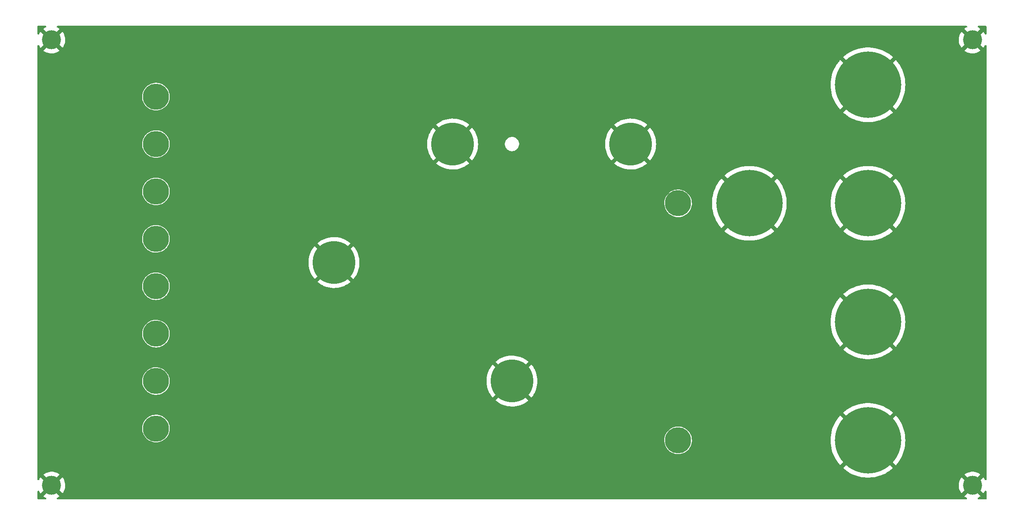
<source format=gbr>
G04 #@! TF.GenerationSoftware,KiCad,Pcbnew,(6.0.5)*
G04 #@! TF.CreationDate,2022-06-09T21:04:16-05:00*
G04 #@! TF.ProjectId,TuringPanel,54757269-6e67-4506-916e-656c2e6b6963,rev?*
G04 #@! TF.SameCoordinates,Original*
G04 #@! TF.FileFunction,Copper,L2,Bot*
G04 #@! TF.FilePolarity,Positive*
%FSLAX46Y46*%
G04 Gerber Fmt 4.6, Leading zero omitted, Abs format (unit mm)*
G04 Created by KiCad (PCBNEW (6.0.5)) date 2022-06-09 21:04:16*
%MOMM*%
%LPD*%
G01*
G04 APERTURE LIST*
G04 #@! TA.AperFunction,ComponentPad*
%ADD10C,4.000000*%
G04 #@! TD*
G04 #@! TA.AperFunction,ComponentPad*
%ADD11C,5.500000*%
G04 #@! TD*
G04 #@! TA.AperFunction,ComponentPad*
%ADD12C,9.000000*%
G04 #@! TD*
G04 #@! TA.AperFunction,ComponentPad*
%ADD13C,14.000000*%
G04 #@! TD*
G04 APERTURE END LIST*
D10*
X232000000Y-48000000D03*
D11*
X170000000Y-132500000D03*
D12*
X97500000Y-95000000D03*
D13*
X210000000Y-107500000D03*
D11*
X60000000Y-120000000D03*
X60000000Y-70000000D03*
D12*
X135000000Y-120000000D03*
X122500000Y-70000000D03*
D13*
X210000000Y-82500000D03*
D11*
X60000000Y-130000000D03*
D13*
X210000000Y-57500000D03*
D11*
X60000000Y-60000000D03*
D10*
X38000000Y-48000000D03*
D11*
X60000000Y-90000000D03*
D10*
X38000000Y-142000000D03*
D11*
X60000000Y-100000000D03*
D13*
X210000000Y-132500000D03*
D10*
X232000000Y-142000000D03*
D13*
X185000000Y-82500000D03*
D11*
X170000000Y-82500000D03*
D12*
X160000000Y-70000000D03*
D11*
X60000000Y-80000000D03*
X60000000Y-110000000D03*
G04 #@! TA.AperFunction,Conductor*
G36*
X36780308Y-45045524D02*
G01*
X36850663Y-45101630D01*
X36889707Y-45182706D01*
X36889707Y-45272694D01*
X36850663Y-45353770D01*
X36779626Y-45410203D01*
X36623754Y-45484550D01*
X36613565Y-45490152D01*
X36343752Y-45659405D01*
X36334282Y-45666135D01*
X36319827Y-45677716D01*
X36307537Y-45693197D01*
X36308088Y-45695586D01*
X36314027Y-45703936D01*
X37983891Y-47373799D01*
X38000631Y-47384317D01*
X38008261Y-47381647D01*
X39681965Y-45707944D01*
X39692030Y-45691926D01*
X39680469Y-45680005D01*
X39464585Y-45534937D01*
X39454579Y-45529020D01*
X39218902Y-45407379D01*
X39150126Y-45349347D01*
X39113340Y-45267222D01*
X39115830Y-45177269D01*
X39157102Y-45097305D01*
X39228983Y-45043166D01*
X39311640Y-45025500D01*
X230692577Y-45025500D01*
X230780308Y-45045524D01*
X230850663Y-45101630D01*
X230889707Y-45182706D01*
X230889707Y-45272694D01*
X230850663Y-45353770D01*
X230779626Y-45410203D01*
X230623754Y-45484550D01*
X230613565Y-45490152D01*
X230343752Y-45659405D01*
X230334282Y-45666135D01*
X230319827Y-45677716D01*
X230307537Y-45693197D01*
X230308088Y-45695586D01*
X230314027Y-45703936D01*
X231983891Y-47373799D01*
X232000631Y-47384317D01*
X232008261Y-47381647D01*
X233681965Y-45707944D01*
X233692030Y-45691926D01*
X233680469Y-45680005D01*
X233464585Y-45534937D01*
X233454579Y-45529020D01*
X233218902Y-45407379D01*
X233150126Y-45349347D01*
X233113340Y-45267222D01*
X233115830Y-45177269D01*
X233157102Y-45097305D01*
X233228983Y-45043166D01*
X233311640Y-45025500D01*
X234772300Y-45025500D01*
X234860031Y-45045524D01*
X234930386Y-45101630D01*
X234969430Y-45182706D01*
X234974500Y-45227700D01*
X234974500Y-46687160D01*
X234954476Y-46774891D01*
X234898370Y-46845246D01*
X234817294Y-46884290D01*
X234727306Y-46884290D01*
X234646230Y-46845246D01*
X234590124Y-46774891D01*
X234586312Y-46766490D01*
X234570876Y-46730300D01*
X234565703Y-46719880D01*
X234407906Y-46443233D01*
X234401558Y-46433459D01*
X234319793Y-46322150D01*
X234304835Y-46309219D01*
X234304594Y-46309264D01*
X234292817Y-46317274D01*
X232626201Y-47983891D01*
X232615683Y-48000631D01*
X232618353Y-48008261D01*
X234293091Y-49683000D01*
X234308897Y-49692931D01*
X234321139Y-49680933D01*
X234480264Y-49438691D01*
X234486072Y-49428630D01*
X234591660Y-49218693D01*
X234648969Y-49149314D01*
X234730704Y-49111671D01*
X234820679Y-49113219D01*
X234901071Y-49153652D01*
X234955958Y-49224962D01*
X234974500Y-49309546D01*
X234974500Y-140687160D01*
X234954476Y-140774891D01*
X234898370Y-140845246D01*
X234817294Y-140884290D01*
X234727306Y-140884290D01*
X234646230Y-140845246D01*
X234590124Y-140774891D01*
X234586312Y-140766490D01*
X234570876Y-140730300D01*
X234565703Y-140719880D01*
X234407906Y-140443233D01*
X234401558Y-140433459D01*
X234319793Y-140322150D01*
X234304835Y-140309219D01*
X234304594Y-140309264D01*
X234292817Y-140317274D01*
X232626201Y-141983891D01*
X232615683Y-142000631D01*
X232618353Y-142008261D01*
X234293091Y-143683000D01*
X234308897Y-143692931D01*
X234321139Y-143680933D01*
X234480264Y-143438691D01*
X234486072Y-143428630D01*
X234591660Y-143218693D01*
X234648969Y-143149314D01*
X234730704Y-143111671D01*
X234820679Y-143113219D01*
X234901071Y-143153652D01*
X234955958Y-143224962D01*
X234974500Y-143309546D01*
X234974500Y-144772300D01*
X234954476Y-144860031D01*
X234898370Y-144930386D01*
X234817294Y-144969430D01*
X234772300Y-144974500D01*
X233310135Y-144974500D01*
X233222404Y-144954476D01*
X233152049Y-144898370D01*
X233113005Y-144817294D01*
X233113005Y-144727306D01*
X233152049Y-144646230D01*
X233228862Y-144587153D01*
X233296547Y-144557442D01*
X233306919Y-144552156D01*
X233581896Y-144391472D01*
X233591600Y-144385025D01*
X233678094Y-144320084D01*
X233690866Y-144304993D01*
X233690711Y-144304210D01*
X233683202Y-144293293D01*
X232016109Y-142626201D01*
X231999369Y-142615683D01*
X231991739Y-142618353D01*
X230319770Y-144290321D01*
X230309321Y-144306950D01*
X230319588Y-144317875D01*
X230458699Y-144417836D01*
X230468527Y-144424073D01*
X230746825Y-144578971D01*
X230757279Y-144584025D01*
X230760819Y-144585491D01*
X230761902Y-144586259D01*
X230762530Y-144586563D01*
X230762479Y-144586669D01*
X230834209Y-144637564D01*
X230877738Y-144716323D01*
X230882784Y-144806169D01*
X230848348Y-144889306D01*
X230781250Y-144949270D01*
X230694780Y-144974182D01*
X230683441Y-144974500D01*
X39310135Y-144974500D01*
X39222404Y-144954476D01*
X39152049Y-144898370D01*
X39113005Y-144817294D01*
X39113005Y-144727306D01*
X39152049Y-144646230D01*
X39228862Y-144587153D01*
X39296547Y-144557442D01*
X39306919Y-144552156D01*
X39581896Y-144391472D01*
X39591600Y-144385025D01*
X39678094Y-144320084D01*
X39690866Y-144304993D01*
X39690711Y-144304210D01*
X39683202Y-144293293D01*
X38016109Y-142626201D01*
X37999369Y-142615683D01*
X37991739Y-142618353D01*
X36319770Y-144290321D01*
X36309321Y-144306950D01*
X36319588Y-144317875D01*
X36458699Y-144417836D01*
X36468527Y-144424073D01*
X36746825Y-144578971D01*
X36757279Y-144584025D01*
X36760819Y-144585491D01*
X36761902Y-144586259D01*
X36762530Y-144586563D01*
X36762479Y-144586669D01*
X36834209Y-144637564D01*
X36877738Y-144716323D01*
X36882784Y-144806169D01*
X36848348Y-144889306D01*
X36781250Y-144949270D01*
X36694780Y-144974182D01*
X36683441Y-144974500D01*
X35227700Y-144974500D01*
X35139969Y-144954476D01*
X35069614Y-144898370D01*
X35030570Y-144817294D01*
X35025500Y-144772300D01*
X35025500Y-143314370D01*
X35045524Y-143226639D01*
X35101630Y-143156284D01*
X35182706Y-143117240D01*
X35272694Y-143117240D01*
X35353770Y-143156284D01*
X35406397Y-143219755D01*
X35544385Y-143480369D01*
X35550414Y-143490324D01*
X35679737Y-143678490D01*
X35693835Y-143691473D01*
X35707264Y-143682645D01*
X37373799Y-142016109D01*
X37383524Y-142000631D01*
X38615683Y-142000631D01*
X38618353Y-142008261D01*
X40293091Y-143683000D01*
X40308897Y-143692931D01*
X40321139Y-143680933D01*
X40480264Y-143438691D01*
X40486072Y-143428630D01*
X40629190Y-143144072D01*
X40633799Y-143133422D01*
X40743256Y-142834317D01*
X40746620Y-142823173D01*
X40820969Y-142513488D01*
X40823031Y-142502031D01*
X40861453Y-142184522D01*
X40862134Y-142175563D01*
X40867510Y-142004506D01*
X40867393Y-141995505D01*
X40862794Y-141915737D01*
X229133915Y-141915737D01*
X229142253Y-142234138D01*
X229143226Y-142245725D01*
X229188102Y-142561040D01*
X229190404Y-142572457D01*
X229271220Y-142880508D01*
X229274820Y-142891588D01*
X229390511Y-143188320D01*
X229395355Y-143198900D01*
X229544385Y-143480369D01*
X229550414Y-143490324D01*
X229679737Y-143678490D01*
X229693835Y-143691473D01*
X229707264Y-143682645D01*
X231373799Y-142016109D01*
X231384317Y-141999369D01*
X231381647Y-141991739D01*
X229708835Y-140318926D01*
X229692095Y-140308408D01*
X229690305Y-140309034D01*
X229681943Y-140316570D01*
X229648832Y-140358798D01*
X229642182Y-140368366D01*
X229475775Y-140639916D01*
X229470271Y-140650183D01*
X229336179Y-140939061D01*
X229331896Y-140949876D01*
X229231891Y-141252265D01*
X229228880Y-141263502D01*
X229164293Y-141575379D01*
X229162593Y-141586887D01*
X229134280Y-141904136D01*
X229133915Y-141915737D01*
X40862794Y-141915737D01*
X40848983Y-141676219D01*
X40847644Y-141664654D01*
X40792886Y-141350905D01*
X40790231Y-141339585D01*
X40699776Y-141034211D01*
X40695831Y-141023254D01*
X40570876Y-140730301D01*
X40565703Y-140719880D01*
X40407906Y-140443233D01*
X40401558Y-140433459D01*
X40319793Y-140322150D01*
X40304835Y-140309219D01*
X40304594Y-140309264D01*
X40292817Y-140317274D01*
X38626201Y-141983891D01*
X38615683Y-142000631D01*
X37383524Y-142000631D01*
X37384317Y-141999369D01*
X37381647Y-141991739D01*
X35708835Y-140318926D01*
X35692095Y-140308408D01*
X35690305Y-140309034D01*
X35681943Y-140316570D01*
X35648832Y-140358798D01*
X35642182Y-140368366D01*
X35475775Y-140639916D01*
X35470270Y-140650183D01*
X35411104Y-140777647D01*
X35356004Y-140848793D01*
X35275491Y-140888985D01*
X35185513Y-140890264D01*
X35103890Y-140852376D01*
X35046789Y-140782826D01*
X35025500Y-140692514D01*
X35025500Y-139693197D01*
X36307537Y-139693197D01*
X36308088Y-139695586D01*
X36314027Y-139703936D01*
X37983891Y-141373799D01*
X38000631Y-141384317D01*
X38008261Y-141381647D01*
X39681965Y-139707944D01*
X39692030Y-139691926D01*
X39680469Y-139680005D01*
X39464585Y-139534937D01*
X39454579Y-139529020D01*
X39171551Y-139382939D01*
X39160936Y-139378213D01*
X38862985Y-139265626D01*
X38851902Y-139262153D01*
X38542988Y-139184560D01*
X38531575Y-139182382D01*
X38215799Y-139140810D01*
X38204196Y-139139957D01*
X37885748Y-139134955D01*
X37874109Y-139135443D01*
X37557190Y-139167076D01*
X37545720Y-139168892D01*
X37234521Y-139236745D01*
X37223323Y-139239871D01*
X36921989Y-139343040D01*
X36911230Y-139347431D01*
X36623754Y-139484550D01*
X36613565Y-139490152D01*
X36343752Y-139659405D01*
X36334282Y-139666135D01*
X36319827Y-139677716D01*
X36307537Y-139693197D01*
X35025500Y-139693197D01*
X35025500Y-138360222D01*
X204756091Y-138360222D01*
X204757292Y-138363654D01*
X204762597Y-138369742D01*
X205153363Y-138697632D01*
X205158969Y-138702012D01*
X205597512Y-139020633D01*
X205603373Y-139024586D01*
X206063092Y-139311851D01*
X206069217Y-139315387D01*
X206547849Y-139569879D01*
X206554214Y-139572984D01*
X207049447Y-139793476D01*
X207055971Y-139796112D01*
X207565410Y-139981533D01*
X207572095Y-139983705D01*
X208093199Y-140133129D01*
X208100073Y-140134842D01*
X208630295Y-140247544D01*
X208637283Y-140248777D01*
X209174080Y-140324219D01*
X209181129Y-140324960D01*
X209721875Y-140362772D01*
X209728961Y-140363020D01*
X210271039Y-140363020D01*
X210278125Y-140362772D01*
X210818871Y-140324960D01*
X210825920Y-140324219D01*
X211362717Y-140248777D01*
X211369705Y-140247544D01*
X211899927Y-140134842D01*
X211906801Y-140133129D01*
X212427905Y-139983705D01*
X212434590Y-139981533D01*
X212944029Y-139796112D01*
X212950553Y-139793476D01*
X213175783Y-139693197D01*
X230307537Y-139693197D01*
X230308088Y-139695586D01*
X230314027Y-139703936D01*
X231983891Y-141373799D01*
X232000631Y-141384317D01*
X232008261Y-141381647D01*
X233681965Y-139707944D01*
X233692030Y-139691926D01*
X233680469Y-139680005D01*
X233464585Y-139534937D01*
X233454579Y-139529020D01*
X233171551Y-139382939D01*
X233160936Y-139378213D01*
X232862985Y-139265626D01*
X232851902Y-139262153D01*
X232542988Y-139184560D01*
X232531575Y-139182382D01*
X232215799Y-139140810D01*
X232204196Y-139139957D01*
X231885748Y-139134955D01*
X231874109Y-139135443D01*
X231557190Y-139167076D01*
X231545720Y-139168892D01*
X231234521Y-139236745D01*
X231223323Y-139239871D01*
X230921989Y-139343040D01*
X230911230Y-139347431D01*
X230623754Y-139484550D01*
X230613565Y-139490152D01*
X230343752Y-139659405D01*
X230334282Y-139666135D01*
X230319827Y-139677716D01*
X230307537Y-139693197D01*
X213175783Y-139693197D01*
X213445786Y-139572984D01*
X213452151Y-139569879D01*
X213930783Y-139315387D01*
X213936908Y-139311851D01*
X214396627Y-139024586D01*
X214402488Y-139020633D01*
X214841031Y-138702012D01*
X214846637Y-138697632D01*
X215232046Y-138374237D01*
X215243985Y-138358476D01*
X215243087Y-138354949D01*
X215238335Y-138348426D01*
X210016109Y-133126201D01*
X209999369Y-133115683D01*
X209991739Y-133118353D01*
X204766609Y-138343482D01*
X204756091Y-138360222D01*
X35025500Y-138360222D01*
X35025500Y-129908663D01*
X57093615Y-129908663D01*
X57102378Y-130243320D01*
X57149548Y-130574752D01*
X57234499Y-130898566D01*
X57236613Y-130903989D01*
X57236614Y-130903991D01*
X57243384Y-130921354D01*
X57356105Y-131210470D01*
X57512755Y-131506329D01*
X57516053Y-131511127D01*
X57516055Y-131511131D01*
X57682360Y-131753106D01*
X57702371Y-131782223D01*
X57706204Y-131786617D01*
X57706208Y-131786622D01*
X57918609Y-132030102D01*
X57918616Y-132030109D01*
X57922442Y-132034495D01*
X57926750Y-132038415D01*
X57926753Y-132038418D01*
X58131233Y-132224480D01*
X58170050Y-132259801D01*
X58174786Y-132263204D01*
X58174787Y-132263205D01*
X58399850Y-132424929D01*
X58441912Y-132455154D01*
X58734426Y-132617965D01*
X59043715Y-132746076D01*
X59365679Y-132837790D01*
X59371432Y-132838732D01*
X59371436Y-132838733D01*
X59625436Y-132880327D01*
X59696050Y-132891891D01*
X59929400Y-132902896D01*
X60024637Y-132907387D01*
X60024639Y-132907387D01*
X60030450Y-132907661D01*
X60098321Y-132903034D01*
X60358640Y-132885287D01*
X60358643Y-132885287D01*
X60364446Y-132884891D01*
X60693612Y-132823884D01*
X60699181Y-132822171D01*
X60699184Y-132822170D01*
X61008005Y-132727164D01*
X61008011Y-132727162D01*
X61013585Y-132725447D01*
X61018926Y-132723103D01*
X61018930Y-132723101D01*
X61314784Y-132593231D01*
X61314789Y-132593228D01*
X61320123Y-132590887D01*
X61325148Y-132587950D01*
X61325157Y-132587946D01*
X61604125Y-132424929D01*
X61609163Y-132421985D01*
X61619166Y-132414475D01*
X61626907Y-132408663D01*
X167093615Y-132408663D01*
X167093767Y-132414472D01*
X167093767Y-132414475D01*
X167095585Y-132483891D01*
X167102378Y-132743320D01*
X167149548Y-133074752D01*
X167234499Y-133398566D01*
X167356105Y-133710470D01*
X167512755Y-134006329D01*
X167702371Y-134282223D01*
X167706204Y-134286617D01*
X167706208Y-134286622D01*
X167918609Y-134530102D01*
X167918616Y-134530109D01*
X167922442Y-134534495D01*
X167926750Y-134538415D01*
X167926753Y-134538418D01*
X168131233Y-134724480D01*
X168170050Y-134759801D01*
X168174786Y-134763204D01*
X168174787Y-134763205D01*
X168399850Y-134924929D01*
X168441912Y-134955154D01*
X168734426Y-135117965D01*
X169043715Y-135246076D01*
X169365679Y-135337790D01*
X169371432Y-135338732D01*
X169371436Y-135338733D01*
X169625436Y-135380327D01*
X169696050Y-135391891D01*
X169929400Y-135402896D01*
X170024637Y-135407387D01*
X170024639Y-135407387D01*
X170030450Y-135407661D01*
X170098321Y-135403034D01*
X170358640Y-135385287D01*
X170358643Y-135385287D01*
X170364446Y-135384891D01*
X170693612Y-135323884D01*
X170699181Y-135322171D01*
X170699184Y-135322170D01*
X171008005Y-135227164D01*
X171008011Y-135227162D01*
X171013585Y-135225447D01*
X171018926Y-135223103D01*
X171018930Y-135223101D01*
X171314784Y-135093231D01*
X171314789Y-135093228D01*
X171320123Y-135090887D01*
X171325148Y-135087950D01*
X171325157Y-135087946D01*
X171604125Y-134924929D01*
X171609163Y-134921985D01*
X171876875Y-134720981D01*
X171928480Y-134672010D01*
X172115485Y-134494550D01*
X172115491Y-134494544D01*
X172119710Y-134490540D01*
X172334449Y-134233715D01*
X172337654Y-134228836D01*
X172515046Y-133958782D01*
X172515048Y-133958778D01*
X172518246Y-133953910D01*
X172668665Y-133654835D01*
X172783713Y-133340452D01*
X172861864Y-133014931D01*
X172902082Y-132682584D01*
X172907709Y-132503522D01*
X202132310Y-132503522D01*
X202151230Y-133045304D01*
X202151723Y-133052348D01*
X202208385Y-133591460D01*
X202209371Y-133598479D01*
X202303507Y-134132347D01*
X202304967Y-134139217D01*
X202436122Y-134665249D01*
X202438060Y-134672010D01*
X202605583Y-135187593D01*
X202607997Y-135194225D01*
X202811071Y-135696850D01*
X202813946Y-135703308D01*
X203051585Y-136190539D01*
X203054901Y-136196777D01*
X203325944Y-136666237D01*
X203329697Y-136672243D01*
X203632828Y-137121651D01*
X203636979Y-137127366D01*
X203970731Y-137554549D01*
X203975274Y-137559962D01*
X204128071Y-137729661D01*
X204144238Y-137741042D01*
X204149485Y-137739509D01*
X204153227Y-137736682D01*
X209373799Y-132516109D01*
X209383524Y-132500631D01*
X210615683Y-132500631D01*
X210618353Y-132508261D01*
X215840575Y-137730484D01*
X215857315Y-137741002D01*
X215862473Y-137739197D01*
X215866060Y-137736179D01*
X216024726Y-137559962D01*
X216029269Y-137554549D01*
X216363021Y-137127366D01*
X216367172Y-137121651D01*
X216670303Y-136672243D01*
X216674056Y-136666237D01*
X216945099Y-136196777D01*
X216948415Y-136190539D01*
X217186054Y-135703308D01*
X217188929Y-135696850D01*
X217392003Y-135194225D01*
X217394417Y-135187593D01*
X217561940Y-134672010D01*
X217563878Y-134665249D01*
X217695033Y-134139217D01*
X217696493Y-134132347D01*
X217790629Y-133598479D01*
X217791615Y-133591460D01*
X217848277Y-133052348D01*
X217848770Y-133045304D01*
X217867690Y-132503522D01*
X217867690Y-132496478D01*
X217848770Y-131954696D01*
X217848277Y-131947652D01*
X217791615Y-131408540D01*
X217790629Y-131401521D01*
X217696493Y-130867653D01*
X217695033Y-130860783D01*
X217563878Y-130334751D01*
X217561940Y-130327990D01*
X217394417Y-129812407D01*
X217392003Y-129805775D01*
X217188929Y-129303150D01*
X217186054Y-129296692D01*
X216948415Y-128809461D01*
X216945099Y-128803223D01*
X216674056Y-128333763D01*
X216670303Y-128327757D01*
X216367172Y-127878349D01*
X216363021Y-127872634D01*
X216029269Y-127445451D01*
X216024726Y-127440038D01*
X215871929Y-127270339D01*
X215855762Y-127258958D01*
X215850515Y-127260491D01*
X215846773Y-127263318D01*
X210626201Y-132483891D01*
X210615683Y-132500631D01*
X209383524Y-132500631D01*
X209384317Y-132499369D01*
X209381647Y-132491739D01*
X204159425Y-127269516D01*
X204142685Y-127258998D01*
X204137527Y-127260803D01*
X204133940Y-127263821D01*
X203975274Y-127440038D01*
X203970731Y-127445451D01*
X203636979Y-127872634D01*
X203632828Y-127878349D01*
X203329697Y-128327757D01*
X203325944Y-128333763D01*
X203054901Y-128803223D01*
X203051585Y-128809461D01*
X202813946Y-129296692D01*
X202811071Y-129303150D01*
X202607997Y-129805775D01*
X202605583Y-129812407D01*
X202438060Y-130327990D01*
X202436122Y-130334751D01*
X202304967Y-130860783D01*
X202303507Y-130867653D01*
X202209371Y-131401521D01*
X202208385Y-131408540D01*
X202151723Y-131947652D01*
X202151230Y-131954696D01*
X202132310Y-132496478D01*
X202132310Y-132503522D01*
X172907709Y-132503522D01*
X172907820Y-132500000D01*
X172905038Y-132451751D01*
X172888885Y-132171602D01*
X172888884Y-132171594D01*
X172888549Y-132165783D01*
X172830992Y-131835997D01*
X172816367Y-131786622D01*
X172737569Y-131520604D01*
X172737567Y-131520600D01*
X172735912Y-131515011D01*
X172604569Y-131207081D01*
X172438703Y-130916288D01*
X172425685Y-130898566D01*
X172243960Y-130651177D01*
X172243959Y-130651176D01*
X172240514Y-130646486D01*
X172012628Y-130401251D01*
X172008202Y-130397471D01*
X172008198Y-130397467D01*
X171762498Y-130187620D01*
X171762497Y-130187619D01*
X171758065Y-130183834D01*
X171683009Y-130133398D01*
X171485035Y-130000365D01*
X171485031Y-130000363D01*
X171480201Y-129997117D01*
X171182717Y-129843574D01*
X170869557Y-129725241D01*
X170609975Y-129660038D01*
X170550529Y-129645106D01*
X170550526Y-129645105D01*
X170544871Y-129643685D01*
X170539093Y-129642924D01*
X170539086Y-129642923D01*
X170321736Y-129614309D01*
X170212963Y-129599989D01*
X170207144Y-129599898D01*
X170207136Y-129599897D01*
X170027532Y-129597076D01*
X169878233Y-129594731D01*
X169545117Y-129627980D01*
X169218030Y-129699297D01*
X169212523Y-129701182D01*
X169212521Y-129701183D01*
X168906812Y-129805850D01*
X168906809Y-129805851D01*
X168901307Y-129807735D01*
X168599147Y-129951858D01*
X168315555Y-130129755D01*
X168054289Y-130339069D01*
X168050193Y-130343208D01*
X168050192Y-130343209D01*
X167988533Y-130405517D01*
X167818812Y-130577024D01*
X167612246Y-130840468D01*
X167437328Y-131125907D01*
X167296377Y-131429560D01*
X167191262Y-131747401D01*
X167123374Y-132075217D01*
X167093615Y-132408663D01*
X61626907Y-132408663D01*
X61708293Y-132347556D01*
X61876875Y-132220981D01*
X62036492Y-132069511D01*
X62115485Y-131994550D01*
X62115491Y-131994544D01*
X62119710Y-131990540D01*
X62334449Y-131733715D01*
X62337654Y-131728836D01*
X62515046Y-131458782D01*
X62515048Y-131458778D01*
X62518246Y-131453910D01*
X62668665Y-131154835D01*
X62783713Y-130840452D01*
X62861864Y-130514931D01*
X62902082Y-130182584D01*
X62907820Y-130000000D01*
X62902889Y-129914475D01*
X62888885Y-129671602D01*
X62888884Y-129671594D01*
X62888549Y-129665783D01*
X62830992Y-129335997D01*
X62735912Y-129015011D01*
X62604569Y-128707081D01*
X62438703Y-128416288D01*
X62240514Y-128146486D01*
X62012628Y-127901251D01*
X62008202Y-127897471D01*
X62008198Y-127897467D01*
X61762498Y-127687620D01*
X61762497Y-127687619D01*
X61758065Y-127683834D01*
X61683009Y-127633398D01*
X61485035Y-127500365D01*
X61485031Y-127500363D01*
X61480201Y-127497117D01*
X61182717Y-127343574D01*
X60869557Y-127225241D01*
X60647541Y-127169474D01*
X60550529Y-127145106D01*
X60550526Y-127145105D01*
X60544871Y-127143685D01*
X60539093Y-127142924D01*
X60539086Y-127142923D01*
X60321736Y-127114309D01*
X60212963Y-127099989D01*
X60207144Y-127099898D01*
X60207136Y-127099897D01*
X60027532Y-127097076D01*
X59878233Y-127094731D01*
X59545117Y-127127980D01*
X59218030Y-127199297D01*
X59212523Y-127201182D01*
X59212521Y-127201183D01*
X58906812Y-127305850D01*
X58906809Y-127305851D01*
X58901307Y-127307735D01*
X58599147Y-127451858D01*
X58315555Y-127629755D01*
X58054289Y-127839069D01*
X58050193Y-127843208D01*
X58050192Y-127843209D01*
X57988533Y-127905517D01*
X57818812Y-128077024D01*
X57612246Y-128340468D01*
X57437328Y-128625907D01*
X57296377Y-128929560D01*
X57191262Y-129247401D01*
X57123374Y-129575217D01*
X57093615Y-129908663D01*
X35025500Y-129908663D01*
X35025500Y-126641524D01*
X204756015Y-126641524D01*
X204756913Y-126645051D01*
X204761665Y-126651574D01*
X209983891Y-131873799D01*
X210000631Y-131884317D01*
X210008261Y-131881647D01*
X215233391Y-126656518D01*
X215243909Y-126639778D01*
X215242708Y-126636346D01*
X215237403Y-126630258D01*
X214846637Y-126302368D01*
X214841031Y-126297988D01*
X214402488Y-125979367D01*
X214396627Y-125975414D01*
X213936908Y-125688149D01*
X213930783Y-125684613D01*
X213452151Y-125430121D01*
X213445786Y-125427016D01*
X212950553Y-125206524D01*
X212944029Y-125203888D01*
X212434590Y-125018467D01*
X212427905Y-125016295D01*
X211906801Y-124866871D01*
X211899927Y-124865158D01*
X211369705Y-124752456D01*
X211362717Y-124751223D01*
X210825920Y-124675781D01*
X210818871Y-124675040D01*
X210278125Y-124637228D01*
X210271039Y-124636980D01*
X209728961Y-124636980D01*
X209721875Y-124637228D01*
X209181129Y-124675040D01*
X209174080Y-124675781D01*
X208637283Y-124751223D01*
X208630295Y-124752456D01*
X208100073Y-124865158D01*
X208093199Y-124866871D01*
X207572095Y-125016295D01*
X207565410Y-125018467D01*
X207055971Y-125203888D01*
X207049447Y-125206524D01*
X206554214Y-125427016D01*
X206547849Y-125430121D01*
X206069218Y-125684613D01*
X206063093Y-125688149D01*
X205603373Y-125975414D01*
X205597512Y-125979367D01*
X205158969Y-126297988D01*
X205153363Y-126302368D01*
X204767954Y-126625763D01*
X204756015Y-126641524D01*
X35025500Y-126641524D01*
X35025500Y-124087057D01*
X131529256Y-124087057D01*
X131531061Y-124092215D01*
X131534079Y-124095802D01*
X131575397Y-124133005D01*
X131581911Y-124138394D01*
X131933237Y-124405064D01*
X131940199Y-124409903D01*
X132312594Y-124646232D01*
X132319952Y-124650480D01*
X132710824Y-124854822D01*
X132718461Y-124858417D01*
X133125093Y-125029350D01*
X133133016Y-125032296D01*
X133552512Y-125168599D01*
X133560656Y-125170872D01*
X133990081Y-125271593D01*
X133998397Y-125273179D01*
X134434730Y-125337612D01*
X134443168Y-125338499D01*
X134883353Y-125366193D01*
X134891828Y-125366370D01*
X135332818Y-125357132D01*
X135341243Y-125356602D01*
X135779896Y-125310498D01*
X135788294Y-125309258D01*
X136221525Y-125226614D01*
X136229802Y-125224673D01*
X136654604Y-125106066D01*
X136662670Y-125103445D01*
X137076056Y-124949709D01*
X137083885Y-124946418D01*
X137482972Y-124758621D01*
X137490476Y-124754698D01*
X137872447Y-124534167D01*
X137879610Y-124529621D01*
X138241785Y-124277904D01*
X138248531Y-124272784D01*
X138457634Y-124099799D01*
X138469680Y-124084124D01*
X138468895Y-124080948D01*
X138463771Y-124073862D01*
X135016109Y-120626201D01*
X134999369Y-120615683D01*
X134991739Y-120618353D01*
X131539774Y-124070317D01*
X131529256Y-124087057D01*
X35025500Y-124087057D01*
X35025500Y-119908663D01*
X57093615Y-119908663D01*
X57102378Y-120243320D01*
X57149548Y-120574752D01*
X57234499Y-120898566D01*
X57356105Y-121210470D01*
X57512755Y-121506329D01*
X57516053Y-121511127D01*
X57516055Y-121511131D01*
X57693397Y-121769165D01*
X57702371Y-121782223D01*
X57706204Y-121786617D01*
X57706208Y-121786622D01*
X57918609Y-122030102D01*
X57918616Y-122030109D01*
X57922442Y-122034495D01*
X57926750Y-122038415D01*
X57926753Y-122038418D01*
X58131233Y-122224480D01*
X58170050Y-122259801D01*
X58174786Y-122263204D01*
X58174787Y-122263205D01*
X58399850Y-122424929D01*
X58441912Y-122455154D01*
X58734426Y-122617965D01*
X59043715Y-122746076D01*
X59365679Y-122837790D01*
X59371432Y-122838732D01*
X59371436Y-122838733D01*
X59625436Y-122880327D01*
X59696050Y-122891891D01*
X59929400Y-122902896D01*
X60024637Y-122907387D01*
X60024639Y-122907387D01*
X60030450Y-122907661D01*
X60098321Y-122903034D01*
X60358640Y-122885287D01*
X60358643Y-122885287D01*
X60364446Y-122884891D01*
X60693612Y-122823884D01*
X60699181Y-122822171D01*
X60699184Y-122822170D01*
X61008005Y-122727164D01*
X61008011Y-122727162D01*
X61013585Y-122725447D01*
X61018926Y-122723103D01*
X61018930Y-122723101D01*
X61314784Y-122593231D01*
X61314789Y-122593228D01*
X61320123Y-122590887D01*
X61325148Y-122587950D01*
X61325157Y-122587946D01*
X61604125Y-122424929D01*
X61609163Y-122421985D01*
X61876875Y-122220981D01*
X61912669Y-122187014D01*
X62115485Y-121994550D01*
X62115491Y-121994544D01*
X62119710Y-121990540D01*
X62334449Y-121733715D01*
X62451570Y-121555415D01*
X62515046Y-121458782D01*
X62515048Y-121458778D01*
X62518246Y-121453910D01*
X62668665Y-121154835D01*
X62783713Y-120840452D01*
X62861864Y-120514931D01*
X62897490Y-120220532D01*
X129637072Y-120220532D01*
X129637427Y-120228997D01*
X129674334Y-120668518D01*
X129675397Y-120676930D01*
X129748954Y-121111822D01*
X129750710Y-121120084D01*
X129860405Y-121547320D01*
X129862849Y-121555415D01*
X130007908Y-121971969D01*
X130011017Y-121979820D01*
X130190418Y-122382762D01*
X130194190Y-122390360D01*
X130406678Y-122776873D01*
X130411055Y-122784100D01*
X130655153Y-123151499D01*
X130660117Y-123158330D01*
X130898636Y-123459266D01*
X130914056Y-123471639D01*
X130916178Y-123471161D01*
X130924957Y-123464952D01*
X134373799Y-120016109D01*
X134383524Y-120000631D01*
X135615683Y-120000631D01*
X135618353Y-120008261D01*
X139068909Y-123458818D01*
X139085649Y-123469336D01*
X139089773Y-123467893D01*
X139094871Y-123463512D01*
X139203817Y-123337297D01*
X139209069Y-123330671D01*
X139468329Y-122973830D01*
X139473009Y-122966787D01*
X139701505Y-122589494D01*
X139705576Y-122582089D01*
X139901693Y-122187014D01*
X139905140Y-122179272D01*
X140067513Y-121769165D01*
X140070292Y-121761187D01*
X140197779Y-121338928D01*
X140199883Y-121330734D01*
X140291586Y-120899302D01*
X140292998Y-120890955D01*
X140348281Y-120453348D01*
X140348988Y-120444926D01*
X140367459Y-120004223D01*
X140367459Y-119995777D01*
X140348988Y-119555074D01*
X140348281Y-119546652D01*
X140292998Y-119109045D01*
X140291586Y-119100698D01*
X140199883Y-118669266D01*
X140197779Y-118661072D01*
X140070292Y-118238813D01*
X140067513Y-118230835D01*
X139905140Y-117820728D01*
X139901693Y-117812986D01*
X139705576Y-117417911D01*
X139701505Y-117410506D01*
X139473009Y-117033213D01*
X139468329Y-117026170D01*
X139209069Y-116669329D01*
X139203817Y-116662703D01*
X139099906Y-116542321D01*
X139083980Y-116530603D01*
X139079758Y-116531741D01*
X139074358Y-116535733D01*
X135626201Y-119983891D01*
X135615683Y-120000631D01*
X134383524Y-120000631D01*
X134384317Y-119999369D01*
X134381647Y-119991739D01*
X130928897Y-116538988D01*
X130912157Y-116528470D01*
X130910106Y-116529188D01*
X130902099Y-116536365D01*
X130660117Y-116841670D01*
X130655153Y-116848501D01*
X130411055Y-117215900D01*
X130406678Y-117223127D01*
X130194190Y-117609640D01*
X130190418Y-117617238D01*
X130011017Y-118020180D01*
X130007908Y-118028031D01*
X129862849Y-118444585D01*
X129860405Y-118452680D01*
X129750710Y-118879916D01*
X129748954Y-118888178D01*
X129675397Y-119323070D01*
X129674334Y-119331482D01*
X129637427Y-119771003D01*
X129637072Y-119779468D01*
X129637072Y-120220532D01*
X62897490Y-120220532D01*
X62902082Y-120182584D01*
X62907820Y-120000000D01*
X62902889Y-119914475D01*
X62888885Y-119671602D01*
X62888884Y-119671594D01*
X62888549Y-119665783D01*
X62830992Y-119335997D01*
X62735912Y-119015011D01*
X62604569Y-118707081D01*
X62459461Y-118452680D01*
X62441593Y-118421354D01*
X62441590Y-118421349D01*
X62438703Y-118416288D01*
X62308335Y-118238813D01*
X62243960Y-118151177D01*
X62243959Y-118151176D01*
X62240514Y-118146486D01*
X62012628Y-117901251D01*
X62008202Y-117897471D01*
X62008198Y-117897467D01*
X61762498Y-117687620D01*
X61762497Y-117687619D01*
X61758065Y-117683834D01*
X61683009Y-117633398D01*
X61485035Y-117500365D01*
X61485031Y-117500363D01*
X61480201Y-117497117D01*
X61182717Y-117343574D01*
X60869557Y-117225241D01*
X60647541Y-117169474D01*
X60550529Y-117145106D01*
X60550526Y-117145105D01*
X60544871Y-117143685D01*
X60539093Y-117142924D01*
X60539086Y-117142923D01*
X60321736Y-117114309D01*
X60212963Y-117099989D01*
X60207144Y-117099898D01*
X60207136Y-117099897D01*
X60027532Y-117097076D01*
X59878233Y-117094731D01*
X59545117Y-117127980D01*
X59218030Y-117199297D01*
X59212523Y-117201182D01*
X59212521Y-117201183D01*
X58906812Y-117305850D01*
X58906809Y-117305851D01*
X58901307Y-117307735D01*
X58599147Y-117451858D01*
X58414477Y-117567701D01*
X58335509Y-117617238D01*
X58315555Y-117629755D01*
X58054289Y-117839069D01*
X58050193Y-117843208D01*
X58050192Y-117843209D01*
X57988533Y-117905517D01*
X57818812Y-118077024D01*
X57815218Y-118081608D01*
X57815215Y-118081611D01*
X57649072Y-118293502D01*
X57612246Y-118340468D01*
X57437328Y-118625907D01*
X57296377Y-118929560D01*
X57191262Y-119247401D01*
X57123374Y-119575217D01*
X57093615Y-119908663D01*
X35025500Y-119908663D01*
X35025500Y-115914496D01*
X131529215Y-115914496D01*
X131530748Y-115919744D01*
X131533572Y-115923481D01*
X134983891Y-119373799D01*
X135000631Y-119384317D01*
X135008261Y-119381647D01*
X138459078Y-115930831D01*
X138469596Y-115914091D01*
X138468515Y-115911002D01*
X138462749Y-115904433D01*
X138248531Y-115727216D01*
X138241785Y-115722096D01*
X137879610Y-115470379D01*
X137872447Y-115465833D01*
X137490476Y-115245302D01*
X137482972Y-115241379D01*
X137083885Y-115053582D01*
X137076056Y-115050291D01*
X136662670Y-114896555D01*
X136654604Y-114893934D01*
X136229802Y-114775327D01*
X136221525Y-114773386D01*
X135788294Y-114690742D01*
X135779896Y-114689502D01*
X135341243Y-114643398D01*
X135332818Y-114642868D01*
X134891828Y-114633630D01*
X134883353Y-114633807D01*
X134443168Y-114661501D01*
X134434730Y-114662388D01*
X133998397Y-114726821D01*
X133990081Y-114728407D01*
X133560656Y-114829128D01*
X133552512Y-114831401D01*
X133133016Y-114967704D01*
X133125093Y-114970650D01*
X132718461Y-115141583D01*
X132710824Y-115145178D01*
X132319952Y-115349520D01*
X132312594Y-115353768D01*
X131940199Y-115590097D01*
X131933237Y-115594936D01*
X131581911Y-115861606D01*
X131575397Y-115866995D01*
X131540596Y-115898330D01*
X131529215Y-115914496D01*
X35025500Y-115914496D01*
X35025500Y-113360222D01*
X204756091Y-113360222D01*
X204757292Y-113363654D01*
X204762597Y-113369742D01*
X205153363Y-113697632D01*
X205158969Y-113702012D01*
X205597512Y-114020633D01*
X205603373Y-114024586D01*
X206063092Y-114311851D01*
X206069217Y-114315387D01*
X206547849Y-114569879D01*
X206554214Y-114572984D01*
X207049447Y-114793476D01*
X207055971Y-114796112D01*
X207565410Y-114981533D01*
X207572095Y-114983705D01*
X208093199Y-115133129D01*
X208100073Y-115134842D01*
X208630295Y-115247544D01*
X208637283Y-115248777D01*
X209174080Y-115324219D01*
X209181129Y-115324960D01*
X209721875Y-115362772D01*
X209728961Y-115363020D01*
X210271039Y-115363020D01*
X210278125Y-115362772D01*
X210818871Y-115324960D01*
X210825920Y-115324219D01*
X211362717Y-115248777D01*
X211369705Y-115247544D01*
X211899927Y-115134842D01*
X211906801Y-115133129D01*
X212427905Y-114983705D01*
X212434590Y-114981533D01*
X212944029Y-114796112D01*
X212950553Y-114793476D01*
X213445786Y-114572984D01*
X213452151Y-114569879D01*
X213930783Y-114315387D01*
X213936908Y-114311851D01*
X214396627Y-114024586D01*
X214402488Y-114020633D01*
X214841031Y-113702012D01*
X214846637Y-113697632D01*
X215232046Y-113374237D01*
X215243985Y-113358476D01*
X215243087Y-113354949D01*
X215238335Y-113348426D01*
X210016109Y-108126201D01*
X209999369Y-108115683D01*
X209991739Y-108118353D01*
X204766609Y-113343482D01*
X204756091Y-113360222D01*
X35025500Y-113360222D01*
X35025500Y-109908663D01*
X57093615Y-109908663D01*
X57102378Y-110243320D01*
X57149548Y-110574752D01*
X57234499Y-110898566D01*
X57356105Y-111210470D01*
X57512755Y-111506329D01*
X57702371Y-111782223D01*
X57706204Y-111786617D01*
X57706208Y-111786622D01*
X57918609Y-112030102D01*
X57918616Y-112030109D01*
X57922442Y-112034495D01*
X57926750Y-112038415D01*
X57926753Y-112038418D01*
X58131233Y-112224480D01*
X58170050Y-112259801D01*
X58174786Y-112263204D01*
X58174787Y-112263205D01*
X58399850Y-112424929D01*
X58441912Y-112455154D01*
X58734426Y-112617965D01*
X58739798Y-112620190D01*
X59027108Y-112739197D01*
X59043715Y-112746076D01*
X59365679Y-112837790D01*
X59371432Y-112838732D01*
X59371436Y-112838733D01*
X59625436Y-112880327D01*
X59696050Y-112891891D01*
X59929400Y-112902896D01*
X60024637Y-112907387D01*
X60024639Y-112907387D01*
X60030450Y-112907661D01*
X60098321Y-112903034D01*
X60358640Y-112885287D01*
X60358643Y-112885287D01*
X60364446Y-112884891D01*
X60693612Y-112823884D01*
X60699181Y-112822171D01*
X60699184Y-112822170D01*
X61008005Y-112727164D01*
X61008011Y-112727162D01*
X61013585Y-112725447D01*
X61018926Y-112723103D01*
X61018930Y-112723101D01*
X61314784Y-112593231D01*
X61314789Y-112593228D01*
X61320123Y-112590887D01*
X61325148Y-112587950D01*
X61325157Y-112587946D01*
X61604125Y-112424929D01*
X61609163Y-112421985D01*
X61876875Y-112220981D01*
X61975525Y-112127366D01*
X62115485Y-111994550D01*
X62115491Y-111994544D01*
X62119710Y-111990540D01*
X62334449Y-111733715D01*
X62337654Y-111728836D01*
X62515046Y-111458782D01*
X62515048Y-111458778D01*
X62518246Y-111453910D01*
X62668665Y-111154835D01*
X62783713Y-110840452D01*
X62861864Y-110514931D01*
X62902082Y-110182584D01*
X62907820Y-110000000D01*
X62902889Y-109914475D01*
X62888885Y-109671602D01*
X62888884Y-109671594D01*
X62888549Y-109665783D01*
X62830992Y-109335997D01*
X62803110Y-109241869D01*
X62737569Y-109020604D01*
X62737567Y-109020600D01*
X62735912Y-109015011D01*
X62604569Y-108707081D01*
X62438703Y-108416288D01*
X62240514Y-108146486D01*
X62012628Y-107901251D01*
X62008202Y-107897471D01*
X62008198Y-107897467D01*
X61762498Y-107687620D01*
X61762497Y-107687619D01*
X61758065Y-107683834D01*
X61683009Y-107633398D01*
X61489733Y-107503522D01*
X202132310Y-107503522D01*
X202151230Y-108045304D01*
X202151723Y-108052348D01*
X202208385Y-108591460D01*
X202209371Y-108598479D01*
X202303507Y-109132347D01*
X202304967Y-109139217D01*
X202436122Y-109665249D01*
X202438060Y-109672010D01*
X202605583Y-110187593D01*
X202607997Y-110194225D01*
X202811071Y-110696850D01*
X202813946Y-110703308D01*
X203051585Y-111190539D01*
X203054901Y-111196777D01*
X203325944Y-111666237D01*
X203329697Y-111672243D01*
X203632828Y-112121651D01*
X203636979Y-112127366D01*
X203970731Y-112554549D01*
X203975274Y-112559962D01*
X204128071Y-112729661D01*
X204144238Y-112741042D01*
X204149485Y-112739509D01*
X204153227Y-112736682D01*
X209373799Y-107516109D01*
X209383524Y-107500631D01*
X210615683Y-107500631D01*
X210618353Y-107508261D01*
X215840575Y-112730484D01*
X215857315Y-112741002D01*
X215862473Y-112739197D01*
X215866060Y-112736179D01*
X216024726Y-112559962D01*
X216029269Y-112554549D01*
X216363021Y-112127366D01*
X216367172Y-112121651D01*
X216670303Y-111672243D01*
X216674056Y-111666237D01*
X216945099Y-111196777D01*
X216948415Y-111190539D01*
X217186054Y-110703308D01*
X217188929Y-110696850D01*
X217392003Y-110194225D01*
X217394417Y-110187593D01*
X217561940Y-109672010D01*
X217563878Y-109665249D01*
X217695033Y-109139217D01*
X217696493Y-109132347D01*
X217790629Y-108598479D01*
X217791615Y-108591460D01*
X217848277Y-108052348D01*
X217848770Y-108045304D01*
X217867690Y-107503522D01*
X217867690Y-107496478D01*
X217848770Y-106954696D01*
X217848277Y-106947652D01*
X217791615Y-106408540D01*
X217790629Y-106401521D01*
X217696493Y-105867653D01*
X217695033Y-105860783D01*
X217563878Y-105334751D01*
X217561940Y-105327990D01*
X217394417Y-104812407D01*
X217392003Y-104805775D01*
X217188929Y-104303150D01*
X217186054Y-104296692D01*
X216948415Y-103809461D01*
X216945099Y-103803223D01*
X216674056Y-103333763D01*
X216670303Y-103327757D01*
X216367172Y-102878349D01*
X216363021Y-102872634D01*
X216029269Y-102445451D01*
X216024726Y-102440038D01*
X215871929Y-102270339D01*
X215855762Y-102258958D01*
X215850515Y-102260491D01*
X215846773Y-102263318D01*
X210626201Y-107483891D01*
X210615683Y-107500631D01*
X209383524Y-107500631D01*
X209384317Y-107499369D01*
X209381647Y-107491739D01*
X204159425Y-102269516D01*
X204142685Y-102258998D01*
X204137527Y-102260803D01*
X204133940Y-102263821D01*
X203975274Y-102440038D01*
X203970731Y-102445451D01*
X203636979Y-102872634D01*
X203632828Y-102878349D01*
X203329697Y-103327757D01*
X203325944Y-103333763D01*
X203054901Y-103803223D01*
X203051585Y-103809461D01*
X202813946Y-104296692D01*
X202811071Y-104303150D01*
X202607997Y-104805775D01*
X202605583Y-104812407D01*
X202438060Y-105327990D01*
X202436122Y-105334751D01*
X202304967Y-105860783D01*
X202303507Y-105867653D01*
X202209371Y-106401521D01*
X202208385Y-106408540D01*
X202151723Y-106947652D01*
X202151230Y-106954696D01*
X202132310Y-107496478D01*
X202132310Y-107503522D01*
X61489733Y-107503522D01*
X61485035Y-107500365D01*
X61485031Y-107500363D01*
X61480201Y-107497117D01*
X61182717Y-107343574D01*
X60869557Y-107225241D01*
X60647541Y-107169474D01*
X60550529Y-107145106D01*
X60550526Y-107145105D01*
X60544871Y-107143685D01*
X60539093Y-107142924D01*
X60539086Y-107142923D01*
X60321736Y-107114309D01*
X60212963Y-107099989D01*
X60207144Y-107099898D01*
X60207136Y-107099897D01*
X60027532Y-107097076D01*
X59878233Y-107094731D01*
X59545117Y-107127980D01*
X59218030Y-107199297D01*
X59212523Y-107201182D01*
X59212521Y-107201183D01*
X58906812Y-107305850D01*
X58906809Y-107305851D01*
X58901307Y-107307735D01*
X58599147Y-107451858D01*
X58315555Y-107629755D01*
X58054289Y-107839069D01*
X58050193Y-107843208D01*
X58050192Y-107843209D01*
X57988533Y-107905517D01*
X57818812Y-108077024D01*
X57815218Y-108081608D01*
X57815215Y-108081611D01*
X57786406Y-108118353D01*
X57612246Y-108340468D01*
X57437328Y-108625907D01*
X57296377Y-108929560D01*
X57191262Y-109247401D01*
X57123374Y-109575217D01*
X57122856Y-109581016D01*
X57122856Y-109581019D01*
X57112755Y-109694197D01*
X57093615Y-109908663D01*
X35025500Y-109908663D01*
X35025500Y-99908663D01*
X57093615Y-99908663D01*
X57093767Y-99914472D01*
X57093767Y-99914475D01*
X57094690Y-99949709D01*
X57102378Y-100243320D01*
X57149548Y-100574752D01*
X57234499Y-100898566D01*
X57356105Y-101210470D01*
X57512755Y-101506329D01*
X57516053Y-101511127D01*
X57516055Y-101511131D01*
X57615977Y-101656518D01*
X57702371Y-101782223D01*
X57706204Y-101786617D01*
X57706208Y-101786622D01*
X57918609Y-102030102D01*
X57918616Y-102030109D01*
X57922442Y-102034495D01*
X57926750Y-102038415D01*
X57926753Y-102038418D01*
X58131233Y-102224480D01*
X58170050Y-102259801D01*
X58174786Y-102263204D01*
X58174787Y-102263205D01*
X58399850Y-102424929D01*
X58441912Y-102455154D01*
X58734426Y-102617965D01*
X59043715Y-102746076D01*
X59365679Y-102837790D01*
X59371432Y-102838732D01*
X59371436Y-102838733D01*
X59578456Y-102872634D01*
X59696050Y-102891891D01*
X59929400Y-102902896D01*
X60024637Y-102907387D01*
X60024639Y-102907387D01*
X60030450Y-102907661D01*
X60098321Y-102903034D01*
X60358640Y-102885287D01*
X60358643Y-102885287D01*
X60364446Y-102884891D01*
X60693612Y-102823884D01*
X60699181Y-102822171D01*
X60699184Y-102822170D01*
X61008005Y-102727164D01*
X61008011Y-102727162D01*
X61013585Y-102725447D01*
X61018926Y-102723103D01*
X61018930Y-102723101D01*
X61314784Y-102593231D01*
X61314789Y-102593228D01*
X61320123Y-102590887D01*
X61325148Y-102587950D01*
X61325157Y-102587946D01*
X61604125Y-102424929D01*
X61609163Y-102421985D01*
X61876875Y-102220981D01*
X61881102Y-102216970D01*
X62115485Y-101994550D01*
X62115491Y-101994544D01*
X62119710Y-101990540D01*
X62334449Y-101733715D01*
X62385158Y-101656518D01*
X62395007Y-101641524D01*
X204756015Y-101641524D01*
X204756913Y-101645051D01*
X204761665Y-101651574D01*
X209983891Y-106873799D01*
X210000631Y-106884317D01*
X210008261Y-106881647D01*
X215233391Y-101656518D01*
X215243909Y-101639778D01*
X215242708Y-101636346D01*
X215237403Y-101630258D01*
X214846637Y-101302368D01*
X214841031Y-101297988D01*
X214402488Y-100979367D01*
X214396627Y-100975414D01*
X213936908Y-100688149D01*
X213930783Y-100684613D01*
X213452151Y-100430121D01*
X213445786Y-100427016D01*
X212950553Y-100206524D01*
X212944029Y-100203888D01*
X212434590Y-100018467D01*
X212427905Y-100016295D01*
X211906801Y-99866871D01*
X211899927Y-99865158D01*
X211369705Y-99752456D01*
X211362717Y-99751223D01*
X210825920Y-99675781D01*
X210818871Y-99675040D01*
X210278125Y-99637228D01*
X210271039Y-99636980D01*
X209728961Y-99636980D01*
X209721875Y-99637228D01*
X209181129Y-99675040D01*
X209174080Y-99675781D01*
X208637283Y-99751223D01*
X208630295Y-99752456D01*
X208100073Y-99865158D01*
X208093199Y-99866871D01*
X207572095Y-100016295D01*
X207565410Y-100018467D01*
X207055971Y-100203888D01*
X207049447Y-100206524D01*
X206554214Y-100427016D01*
X206547849Y-100430121D01*
X206069218Y-100684613D01*
X206063093Y-100688149D01*
X205603373Y-100975414D01*
X205597512Y-100979367D01*
X205158969Y-101297988D01*
X205153363Y-101302368D01*
X204767954Y-101625763D01*
X204756015Y-101641524D01*
X62395007Y-101641524D01*
X62515046Y-101458782D01*
X62515048Y-101458778D01*
X62518246Y-101453910D01*
X62668665Y-101154835D01*
X62783713Y-100840452D01*
X62861864Y-100514931D01*
X62902082Y-100182584D01*
X62907820Y-100000000D01*
X62904920Y-99949709D01*
X62888885Y-99671602D01*
X62888884Y-99671594D01*
X62888549Y-99665783D01*
X62830992Y-99335997D01*
X62761027Y-99099799D01*
X62757253Y-99087057D01*
X94029256Y-99087057D01*
X94031061Y-99092215D01*
X94034079Y-99095802D01*
X94075397Y-99133005D01*
X94081911Y-99138394D01*
X94433237Y-99405064D01*
X94440199Y-99409903D01*
X94812594Y-99646232D01*
X94819952Y-99650480D01*
X95210824Y-99854822D01*
X95218461Y-99858417D01*
X95625093Y-100029350D01*
X95633016Y-100032296D01*
X96052512Y-100168599D01*
X96060656Y-100170872D01*
X96490081Y-100271593D01*
X96498397Y-100273179D01*
X96934730Y-100337612D01*
X96943168Y-100338499D01*
X97383353Y-100366193D01*
X97391828Y-100366370D01*
X97832818Y-100357132D01*
X97841243Y-100356602D01*
X98279896Y-100310498D01*
X98288294Y-100309258D01*
X98721525Y-100226614D01*
X98729802Y-100224673D01*
X99154604Y-100106066D01*
X99162670Y-100103445D01*
X99576056Y-99949709D01*
X99583885Y-99946418D01*
X99982972Y-99758621D01*
X99990476Y-99754698D01*
X100372447Y-99534167D01*
X100379610Y-99529621D01*
X100741785Y-99277904D01*
X100748531Y-99272784D01*
X100957634Y-99099799D01*
X100969680Y-99084124D01*
X100968895Y-99080948D01*
X100963771Y-99073862D01*
X97516109Y-95626201D01*
X97499369Y-95615683D01*
X97491739Y-95618353D01*
X94039774Y-99070317D01*
X94029256Y-99087057D01*
X62757253Y-99087057D01*
X62737569Y-99020604D01*
X62737567Y-99020600D01*
X62735912Y-99015011D01*
X62604569Y-98707081D01*
X62465639Y-98463512D01*
X62441593Y-98421354D01*
X62441590Y-98421349D01*
X62438703Y-98416288D01*
X62249214Y-98158330D01*
X62243960Y-98151177D01*
X62243959Y-98151176D01*
X62240514Y-98146486D01*
X62012628Y-97901251D01*
X62008202Y-97897471D01*
X62008198Y-97897467D01*
X61762498Y-97687620D01*
X61762497Y-97687619D01*
X61758065Y-97683834D01*
X61683009Y-97633398D01*
X61485035Y-97500365D01*
X61485031Y-97500363D01*
X61480201Y-97497117D01*
X61182717Y-97343574D01*
X60869557Y-97225241D01*
X60647541Y-97169474D01*
X60550529Y-97145106D01*
X60550526Y-97145105D01*
X60544871Y-97143685D01*
X60539093Y-97142924D01*
X60539086Y-97142923D01*
X60321736Y-97114309D01*
X60212963Y-97099989D01*
X60207144Y-97099898D01*
X60207136Y-97099897D01*
X60027532Y-97097076D01*
X59878233Y-97094731D01*
X59545117Y-97127980D01*
X59218030Y-97199297D01*
X59212523Y-97201182D01*
X59212521Y-97201183D01*
X58906812Y-97305850D01*
X58906809Y-97305851D01*
X58901307Y-97307735D01*
X58599147Y-97451858D01*
X58414477Y-97567701D01*
X58379737Y-97589494D01*
X58315555Y-97629755D01*
X58054289Y-97839069D01*
X58050193Y-97843208D01*
X58050192Y-97843209D01*
X57988533Y-97905517D01*
X57818812Y-98077024D01*
X57612246Y-98340468D01*
X57437328Y-98625907D01*
X57296377Y-98929560D01*
X57191262Y-99247401D01*
X57123374Y-99575217D01*
X57093615Y-99908663D01*
X35025500Y-99908663D01*
X35025500Y-95220532D01*
X92137072Y-95220532D01*
X92137427Y-95228997D01*
X92174334Y-95668518D01*
X92175397Y-95676930D01*
X92248954Y-96111822D01*
X92250710Y-96120084D01*
X92360405Y-96547320D01*
X92362849Y-96555415D01*
X92507908Y-96971969D01*
X92511017Y-96979820D01*
X92690418Y-97382762D01*
X92694190Y-97390360D01*
X92906678Y-97776873D01*
X92911055Y-97784100D01*
X93155153Y-98151499D01*
X93160117Y-98158330D01*
X93398636Y-98459266D01*
X93414056Y-98471639D01*
X93416178Y-98471161D01*
X93424957Y-98464952D01*
X96873799Y-95016109D01*
X96883524Y-95000631D01*
X98115683Y-95000631D01*
X98118353Y-95008261D01*
X101568909Y-98458818D01*
X101585649Y-98469336D01*
X101589773Y-98467893D01*
X101594871Y-98463512D01*
X101703817Y-98337297D01*
X101709069Y-98330671D01*
X101968329Y-97973830D01*
X101973009Y-97966787D01*
X102201505Y-97589494D01*
X102205576Y-97582089D01*
X102401693Y-97187014D01*
X102405140Y-97179272D01*
X102567513Y-96769165D01*
X102570292Y-96761187D01*
X102697779Y-96338928D01*
X102699883Y-96330734D01*
X102791586Y-95899302D01*
X102792998Y-95890955D01*
X102848281Y-95453348D01*
X102848988Y-95444926D01*
X102867459Y-95004223D01*
X102867459Y-94995777D01*
X102848988Y-94555074D01*
X102848281Y-94546652D01*
X102792998Y-94109045D01*
X102791586Y-94100698D01*
X102699883Y-93669266D01*
X102697779Y-93661072D01*
X102570292Y-93238813D01*
X102567513Y-93230835D01*
X102405140Y-92820728D01*
X102401693Y-92812986D01*
X102205576Y-92417911D01*
X102201505Y-92410506D01*
X101973009Y-92033213D01*
X101968329Y-92026170D01*
X101709069Y-91669329D01*
X101703817Y-91662703D01*
X101599906Y-91542321D01*
X101583980Y-91530603D01*
X101579758Y-91531741D01*
X101574358Y-91535733D01*
X98126201Y-94983891D01*
X98115683Y-95000631D01*
X96883524Y-95000631D01*
X96884317Y-94999369D01*
X96881647Y-94991739D01*
X93428897Y-91538988D01*
X93412157Y-91528470D01*
X93410106Y-91529188D01*
X93402099Y-91536365D01*
X93160117Y-91841670D01*
X93155153Y-91848501D01*
X92911055Y-92215900D01*
X92906678Y-92223127D01*
X92694190Y-92609640D01*
X92690418Y-92617238D01*
X92511017Y-93020180D01*
X92507908Y-93028031D01*
X92362849Y-93444585D01*
X92360405Y-93452680D01*
X92250710Y-93879916D01*
X92248954Y-93888178D01*
X92175397Y-94323070D01*
X92174334Y-94331482D01*
X92137427Y-94771003D01*
X92137072Y-94779468D01*
X92137072Y-95220532D01*
X35025500Y-95220532D01*
X35025500Y-89908663D01*
X57093615Y-89908663D01*
X57102378Y-90243320D01*
X57149548Y-90574752D01*
X57234499Y-90898566D01*
X57236613Y-90903989D01*
X57236614Y-90903991D01*
X57240552Y-90914091D01*
X57356105Y-91210470D01*
X57512755Y-91506329D01*
X57516053Y-91511127D01*
X57516055Y-91511131D01*
X57537492Y-91542321D01*
X57702371Y-91782223D01*
X57706204Y-91786617D01*
X57706208Y-91786622D01*
X57918609Y-92030102D01*
X57918616Y-92030109D01*
X57922442Y-92034495D01*
X57926750Y-92038415D01*
X57926753Y-92038418D01*
X58131233Y-92224480D01*
X58170050Y-92259801D01*
X58174786Y-92263204D01*
X58174787Y-92263205D01*
X58399850Y-92424929D01*
X58441912Y-92455154D01*
X58734426Y-92617965D01*
X59043715Y-92746076D01*
X59365679Y-92837790D01*
X59371432Y-92838732D01*
X59371436Y-92838733D01*
X59625436Y-92880327D01*
X59696050Y-92891891D01*
X59929400Y-92902896D01*
X60024637Y-92907387D01*
X60024639Y-92907387D01*
X60030450Y-92907661D01*
X60098321Y-92903034D01*
X60358640Y-92885287D01*
X60358643Y-92885287D01*
X60364446Y-92884891D01*
X60693612Y-92823884D01*
X60699181Y-92822171D01*
X60699184Y-92822170D01*
X61008005Y-92727164D01*
X61008011Y-92727162D01*
X61013585Y-92725447D01*
X61018926Y-92723103D01*
X61018930Y-92723101D01*
X61314784Y-92593231D01*
X61314789Y-92593228D01*
X61320123Y-92590887D01*
X61325148Y-92587950D01*
X61325157Y-92587946D01*
X61604125Y-92424929D01*
X61609163Y-92421985D01*
X61876875Y-92220981D01*
X61881102Y-92216970D01*
X62115485Y-91994550D01*
X62115491Y-91994544D01*
X62119710Y-91990540D01*
X62334449Y-91733715D01*
X62460171Y-91542321D01*
X62515046Y-91458782D01*
X62515048Y-91458778D01*
X62518246Y-91453910D01*
X62668665Y-91154835D01*
X62756617Y-90914496D01*
X94029215Y-90914496D01*
X94030748Y-90919744D01*
X94033572Y-90923481D01*
X97483891Y-94373799D01*
X97500631Y-94384317D01*
X97508261Y-94381647D01*
X100959078Y-90930831D01*
X100969596Y-90914091D01*
X100968515Y-90911002D01*
X100962749Y-90904433D01*
X100748531Y-90727216D01*
X100741785Y-90722096D01*
X100379610Y-90470379D01*
X100372447Y-90465833D01*
X99990476Y-90245302D01*
X99982972Y-90241379D01*
X99583885Y-90053582D01*
X99576056Y-90050291D01*
X99162670Y-89896555D01*
X99154604Y-89893934D01*
X98729802Y-89775327D01*
X98721525Y-89773386D01*
X98288294Y-89690742D01*
X98279896Y-89689502D01*
X97841243Y-89643398D01*
X97832818Y-89642868D01*
X97391828Y-89633630D01*
X97383353Y-89633807D01*
X96943168Y-89661501D01*
X96934730Y-89662388D01*
X96498397Y-89726821D01*
X96490081Y-89728407D01*
X96060656Y-89829128D01*
X96052512Y-89831401D01*
X95633016Y-89967704D01*
X95625093Y-89970650D01*
X95218461Y-90141583D01*
X95210824Y-90145178D01*
X94819952Y-90349520D01*
X94812594Y-90353768D01*
X94440199Y-90590097D01*
X94433237Y-90594936D01*
X94081911Y-90861606D01*
X94075397Y-90866995D01*
X94040596Y-90898330D01*
X94029215Y-90914496D01*
X62756617Y-90914496D01*
X62783713Y-90840452D01*
X62861864Y-90514931D01*
X62902082Y-90182584D01*
X62907820Y-90000000D01*
X62907561Y-89995505D01*
X62888885Y-89671602D01*
X62888884Y-89671594D01*
X62888549Y-89665783D01*
X62830992Y-89335997D01*
X62803110Y-89241869D01*
X62737569Y-89020604D01*
X62737567Y-89020600D01*
X62735912Y-89015011D01*
X62604569Y-88707081D01*
X62438703Y-88416288D01*
X62400040Y-88363654D01*
X62397519Y-88360222D01*
X179756091Y-88360222D01*
X179757292Y-88363654D01*
X179762597Y-88369742D01*
X180153363Y-88697632D01*
X180158969Y-88702012D01*
X180597512Y-89020633D01*
X180603373Y-89024586D01*
X181063092Y-89311851D01*
X181069217Y-89315387D01*
X181547849Y-89569879D01*
X181554214Y-89572984D01*
X182049447Y-89793476D01*
X182055971Y-89796112D01*
X182565410Y-89981533D01*
X182572095Y-89983705D01*
X183093199Y-90133129D01*
X183100073Y-90134842D01*
X183630295Y-90247544D01*
X183637283Y-90248777D01*
X184174080Y-90324219D01*
X184181129Y-90324960D01*
X184721875Y-90362772D01*
X184728961Y-90363020D01*
X185271039Y-90363020D01*
X185278125Y-90362772D01*
X185818871Y-90324960D01*
X185825920Y-90324219D01*
X186362717Y-90248777D01*
X186369705Y-90247544D01*
X186899927Y-90134842D01*
X186906801Y-90133129D01*
X187427905Y-89983705D01*
X187434590Y-89981533D01*
X187944029Y-89796112D01*
X187950553Y-89793476D01*
X188445786Y-89572984D01*
X188452151Y-89569879D01*
X188930783Y-89315387D01*
X188936908Y-89311851D01*
X189396627Y-89024586D01*
X189402488Y-89020633D01*
X189841031Y-88702012D01*
X189846637Y-88697632D01*
X190232046Y-88374237D01*
X190242662Y-88360222D01*
X204756091Y-88360222D01*
X204757292Y-88363654D01*
X204762597Y-88369742D01*
X205153363Y-88697632D01*
X205158969Y-88702012D01*
X205597512Y-89020633D01*
X205603373Y-89024586D01*
X206063092Y-89311851D01*
X206069217Y-89315387D01*
X206547849Y-89569879D01*
X206554214Y-89572984D01*
X207049447Y-89793476D01*
X207055971Y-89796112D01*
X207565410Y-89981533D01*
X207572095Y-89983705D01*
X208093199Y-90133129D01*
X208100073Y-90134842D01*
X208630295Y-90247544D01*
X208637283Y-90248777D01*
X209174080Y-90324219D01*
X209181129Y-90324960D01*
X209721875Y-90362772D01*
X209728961Y-90363020D01*
X210271039Y-90363020D01*
X210278125Y-90362772D01*
X210818871Y-90324960D01*
X210825920Y-90324219D01*
X211362717Y-90248777D01*
X211369705Y-90247544D01*
X211899927Y-90134842D01*
X211906801Y-90133129D01*
X212427905Y-89983705D01*
X212434590Y-89981533D01*
X212944029Y-89796112D01*
X212950553Y-89793476D01*
X213445786Y-89572984D01*
X213452151Y-89569879D01*
X213930783Y-89315387D01*
X213936908Y-89311851D01*
X214396627Y-89024586D01*
X214402488Y-89020633D01*
X214841031Y-88702012D01*
X214846637Y-88697632D01*
X215232046Y-88374237D01*
X215243985Y-88358476D01*
X215243087Y-88354949D01*
X215238335Y-88348426D01*
X210016109Y-83126201D01*
X209999369Y-83115683D01*
X209991739Y-83118353D01*
X204766609Y-88343482D01*
X204756091Y-88360222D01*
X190242662Y-88360222D01*
X190243985Y-88358476D01*
X190243087Y-88354949D01*
X190238335Y-88348426D01*
X185016109Y-83126201D01*
X184999369Y-83115683D01*
X184991739Y-83118353D01*
X179766609Y-88343482D01*
X179756091Y-88360222D01*
X62397519Y-88360222D01*
X62243960Y-88151177D01*
X62243959Y-88151176D01*
X62240514Y-88146486D01*
X62012628Y-87901251D01*
X62008202Y-87897471D01*
X62008198Y-87897467D01*
X61762498Y-87687620D01*
X61762497Y-87687619D01*
X61758065Y-87683834D01*
X61683009Y-87633398D01*
X61485035Y-87500365D01*
X61485031Y-87500363D01*
X61480201Y-87497117D01*
X61182717Y-87343574D01*
X60869557Y-87225241D01*
X60647541Y-87169474D01*
X60550529Y-87145106D01*
X60550526Y-87145105D01*
X60544871Y-87143685D01*
X60539093Y-87142924D01*
X60539086Y-87142923D01*
X60321736Y-87114309D01*
X60212963Y-87099989D01*
X60207144Y-87099898D01*
X60207136Y-87099897D01*
X60027532Y-87097076D01*
X59878233Y-87094731D01*
X59545117Y-87127980D01*
X59218030Y-87199297D01*
X59212523Y-87201182D01*
X59212521Y-87201183D01*
X58906812Y-87305850D01*
X58906809Y-87305851D01*
X58901307Y-87307735D01*
X58599147Y-87451858D01*
X58315555Y-87629755D01*
X58054289Y-87839069D01*
X58050193Y-87843208D01*
X58050192Y-87843209D01*
X57988533Y-87905517D01*
X57818812Y-88077024D01*
X57612246Y-88340468D01*
X57437328Y-88625907D01*
X57296377Y-88929560D01*
X57191262Y-89247401D01*
X57123374Y-89575217D01*
X57093615Y-89908663D01*
X35025500Y-89908663D01*
X35025500Y-79908663D01*
X57093615Y-79908663D01*
X57102378Y-80243320D01*
X57149548Y-80574752D01*
X57234499Y-80898566D01*
X57236613Y-80903989D01*
X57236614Y-80903991D01*
X57243384Y-80921354D01*
X57356105Y-81210470D01*
X57512755Y-81506329D01*
X57516053Y-81511127D01*
X57516055Y-81511131D01*
X57682360Y-81753106D01*
X57702371Y-81782223D01*
X57706204Y-81786617D01*
X57706208Y-81786622D01*
X57918609Y-82030102D01*
X57918616Y-82030109D01*
X57922442Y-82034495D01*
X57926750Y-82038415D01*
X57926753Y-82038418D01*
X58131233Y-82224480D01*
X58170050Y-82259801D01*
X58174786Y-82263204D01*
X58174787Y-82263205D01*
X58399850Y-82424929D01*
X58441912Y-82455154D01*
X58734426Y-82617965D01*
X59043715Y-82746076D01*
X59365679Y-82837790D01*
X59371432Y-82838732D01*
X59371436Y-82838733D01*
X59625436Y-82880327D01*
X59696050Y-82891891D01*
X59929400Y-82902896D01*
X60024637Y-82907387D01*
X60024639Y-82907387D01*
X60030450Y-82907661D01*
X60098321Y-82903034D01*
X60358640Y-82885287D01*
X60358643Y-82885287D01*
X60364446Y-82884891D01*
X60693612Y-82823884D01*
X60699181Y-82822171D01*
X60699184Y-82822170D01*
X61008005Y-82727164D01*
X61008011Y-82727162D01*
X61013585Y-82725447D01*
X61018926Y-82723103D01*
X61018930Y-82723101D01*
X61314784Y-82593231D01*
X61314789Y-82593228D01*
X61320123Y-82590887D01*
X61325148Y-82587950D01*
X61325157Y-82587946D01*
X61604125Y-82424929D01*
X61609163Y-82421985D01*
X61619166Y-82414475D01*
X61626907Y-82408663D01*
X167093615Y-82408663D01*
X167093767Y-82414472D01*
X167093767Y-82414475D01*
X167095585Y-82483891D01*
X167102378Y-82743320D01*
X167149548Y-83074752D01*
X167234499Y-83398566D01*
X167356105Y-83710470D01*
X167512755Y-84006329D01*
X167702371Y-84282223D01*
X167706204Y-84286617D01*
X167706208Y-84286622D01*
X167918609Y-84530102D01*
X167918616Y-84530109D01*
X167922442Y-84534495D01*
X167926750Y-84538415D01*
X167926753Y-84538418D01*
X168131233Y-84724480D01*
X168170050Y-84759801D01*
X168174786Y-84763204D01*
X168174787Y-84763205D01*
X168399850Y-84924929D01*
X168441912Y-84955154D01*
X168734426Y-85117965D01*
X169043715Y-85246076D01*
X169365679Y-85337790D01*
X169371432Y-85338732D01*
X169371436Y-85338733D01*
X169625436Y-85380327D01*
X169696050Y-85391891D01*
X169929400Y-85402896D01*
X170024637Y-85407387D01*
X170024639Y-85407387D01*
X170030450Y-85407661D01*
X170098321Y-85403034D01*
X170358640Y-85385287D01*
X170358643Y-85385287D01*
X170364446Y-85384891D01*
X170693612Y-85323884D01*
X170699181Y-85322171D01*
X170699184Y-85322170D01*
X171008005Y-85227164D01*
X171008011Y-85227162D01*
X171013585Y-85225447D01*
X171018926Y-85223103D01*
X171018930Y-85223101D01*
X171314784Y-85093231D01*
X171314789Y-85093228D01*
X171320123Y-85090887D01*
X171325148Y-85087950D01*
X171325157Y-85087946D01*
X171604125Y-84924929D01*
X171609163Y-84921985D01*
X171876875Y-84720981D01*
X171928480Y-84672010D01*
X172115485Y-84494550D01*
X172115491Y-84494544D01*
X172119710Y-84490540D01*
X172334449Y-84233715D01*
X172337654Y-84228836D01*
X172515046Y-83958782D01*
X172515048Y-83958778D01*
X172518246Y-83953910D01*
X172668665Y-83654835D01*
X172783713Y-83340452D01*
X172861864Y-83014931D01*
X172902082Y-82682584D01*
X172907709Y-82503522D01*
X177132310Y-82503522D01*
X177151230Y-83045304D01*
X177151723Y-83052348D01*
X177208385Y-83591460D01*
X177209371Y-83598479D01*
X177303507Y-84132347D01*
X177304967Y-84139217D01*
X177436122Y-84665249D01*
X177438060Y-84672010D01*
X177605583Y-85187593D01*
X177607997Y-85194225D01*
X177811071Y-85696850D01*
X177813946Y-85703308D01*
X178051585Y-86190539D01*
X178054901Y-86196777D01*
X178325944Y-86666237D01*
X178329697Y-86672243D01*
X178632828Y-87121651D01*
X178636979Y-87127366D01*
X178970731Y-87554549D01*
X178975274Y-87559962D01*
X179128071Y-87729661D01*
X179144238Y-87741042D01*
X179149485Y-87739509D01*
X179153227Y-87736682D01*
X184373799Y-82516109D01*
X184383524Y-82500631D01*
X185615683Y-82500631D01*
X185618353Y-82508261D01*
X190840575Y-87730484D01*
X190857315Y-87741002D01*
X190862473Y-87739197D01*
X190866060Y-87736179D01*
X191024726Y-87559962D01*
X191029269Y-87554549D01*
X191363021Y-87127366D01*
X191367172Y-87121651D01*
X191670303Y-86672243D01*
X191674056Y-86666237D01*
X191945099Y-86196777D01*
X191948415Y-86190539D01*
X192186054Y-85703308D01*
X192188929Y-85696850D01*
X192392003Y-85194225D01*
X192394417Y-85187593D01*
X192561940Y-84672010D01*
X192563878Y-84665249D01*
X192695033Y-84139217D01*
X192696493Y-84132347D01*
X192790629Y-83598479D01*
X192791615Y-83591460D01*
X192848277Y-83052348D01*
X192848770Y-83045304D01*
X192867690Y-82503522D01*
X202132310Y-82503522D01*
X202151230Y-83045304D01*
X202151723Y-83052348D01*
X202208385Y-83591460D01*
X202209371Y-83598479D01*
X202303507Y-84132347D01*
X202304967Y-84139217D01*
X202436122Y-84665249D01*
X202438060Y-84672010D01*
X202605583Y-85187593D01*
X202607997Y-85194225D01*
X202811071Y-85696850D01*
X202813946Y-85703308D01*
X203051585Y-86190539D01*
X203054901Y-86196777D01*
X203325944Y-86666237D01*
X203329697Y-86672243D01*
X203632828Y-87121651D01*
X203636979Y-87127366D01*
X203970731Y-87554549D01*
X203975274Y-87559962D01*
X204128071Y-87729661D01*
X204144238Y-87741042D01*
X204149485Y-87739509D01*
X204153227Y-87736682D01*
X209373799Y-82516109D01*
X209383524Y-82500631D01*
X210615683Y-82500631D01*
X210618353Y-82508261D01*
X215840575Y-87730484D01*
X215857315Y-87741002D01*
X215862473Y-87739197D01*
X215866060Y-87736179D01*
X216024726Y-87559962D01*
X216029269Y-87554549D01*
X216363021Y-87127366D01*
X216367172Y-87121651D01*
X216670303Y-86672243D01*
X216674056Y-86666237D01*
X216945099Y-86196777D01*
X216948415Y-86190539D01*
X217186054Y-85703308D01*
X217188929Y-85696850D01*
X217392003Y-85194225D01*
X217394417Y-85187593D01*
X217561940Y-84672010D01*
X217563878Y-84665249D01*
X217695033Y-84139217D01*
X217696493Y-84132347D01*
X217790629Y-83598479D01*
X217791615Y-83591460D01*
X217848277Y-83052348D01*
X217848770Y-83045304D01*
X217867690Y-82503522D01*
X217867690Y-82496478D01*
X217848770Y-81954696D01*
X217848277Y-81947652D01*
X217791615Y-81408540D01*
X217790629Y-81401521D01*
X217696493Y-80867653D01*
X217695033Y-80860783D01*
X217563878Y-80334751D01*
X217561940Y-80327990D01*
X217394417Y-79812407D01*
X217392003Y-79805775D01*
X217188929Y-79303150D01*
X217186054Y-79296692D01*
X216948415Y-78809461D01*
X216945099Y-78803223D01*
X216674056Y-78333763D01*
X216670303Y-78327757D01*
X216367172Y-77878349D01*
X216363021Y-77872634D01*
X216029269Y-77445451D01*
X216024726Y-77440038D01*
X215871929Y-77270339D01*
X215855762Y-77258958D01*
X215850515Y-77260491D01*
X215846773Y-77263318D01*
X210626201Y-82483891D01*
X210615683Y-82500631D01*
X209383524Y-82500631D01*
X209384317Y-82499369D01*
X209381647Y-82491739D01*
X204159425Y-77269516D01*
X204142685Y-77258998D01*
X204137527Y-77260803D01*
X204133940Y-77263821D01*
X203975274Y-77440038D01*
X203970731Y-77445451D01*
X203636979Y-77872634D01*
X203632828Y-77878349D01*
X203329697Y-78327757D01*
X203325944Y-78333763D01*
X203054901Y-78803223D01*
X203051585Y-78809461D01*
X202813946Y-79296692D01*
X202811071Y-79303150D01*
X202607997Y-79805775D01*
X202605583Y-79812407D01*
X202438060Y-80327990D01*
X202436122Y-80334751D01*
X202304967Y-80860783D01*
X202303507Y-80867653D01*
X202209371Y-81401521D01*
X202208385Y-81408540D01*
X202151723Y-81947652D01*
X202151230Y-81954696D01*
X202132310Y-82496478D01*
X202132310Y-82503522D01*
X192867690Y-82503522D01*
X192867690Y-82496478D01*
X192848770Y-81954696D01*
X192848277Y-81947652D01*
X192791615Y-81408540D01*
X192790629Y-81401521D01*
X192696493Y-80867653D01*
X192695033Y-80860783D01*
X192563878Y-80334751D01*
X192561940Y-80327990D01*
X192394417Y-79812407D01*
X192392003Y-79805775D01*
X192188929Y-79303150D01*
X192186054Y-79296692D01*
X191948415Y-78809461D01*
X191945099Y-78803223D01*
X191674056Y-78333763D01*
X191670303Y-78327757D01*
X191367172Y-77878349D01*
X191363021Y-77872634D01*
X191029269Y-77445451D01*
X191024726Y-77440038D01*
X190871929Y-77270339D01*
X190855762Y-77258958D01*
X190850515Y-77260491D01*
X190846773Y-77263318D01*
X185626201Y-82483891D01*
X185615683Y-82500631D01*
X184383524Y-82500631D01*
X184384317Y-82499369D01*
X184381647Y-82491739D01*
X179159425Y-77269516D01*
X179142685Y-77258998D01*
X179137527Y-77260803D01*
X179133940Y-77263821D01*
X178975274Y-77440038D01*
X178970731Y-77445451D01*
X178636979Y-77872634D01*
X178632828Y-77878349D01*
X178329697Y-78327757D01*
X178325944Y-78333763D01*
X178054901Y-78803223D01*
X178051585Y-78809461D01*
X177813946Y-79296692D01*
X177811071Y-79303150D01*
X177607997Y-79805775D01*
X177605583Y-79812407D01*
X177438060Y-80327990D01*
X177436122Y-80334751D01*
X177304967Y-80860783D01*
X177303507Y-80867653D01*
X177209371Y-81401521D01*
X177208385Y-81408540D01*
X177151723Y-81947652D01*
X177151230Y-81954696D01*
X177132310Y-82496478D01*
X177132310Y-82503522D01*
X172907709Y-82503522D01*
X172907820Y-82500000D01*
X172905038Y-82451751D01*
X172888885Y-82171602D01*
X172888884Y-82171594D01*
X172888549Y-82165783D01*
X172830992Y-81835997D01*
X172816367Y-81786622D01*
X172737569Y-81520604D01*
X172737567Y-81520600D01*
X172735912Y-81515011D01*
X172604569Y-81207081D01*
X172438703Y-80916288D01*
X172425685Y-80898566D01*
X172243960Y-80651177D01*
X172243959Y-80651176D01*
X172240514Y-80646486D01*
X172012628Y-80401251D01*
X172008202Y-80397471D01*
X172008198Y-80397467D01*
X171762498Y-80187620D01*
X171762497Y-80187619D01*
X171758065Y-80183834D01*
X171683009Y-80133398D01*
X171485035Y-80000365D01*
X171485031Y-80000363D01*
X171480201Y-79997117D01*
X171182717Y-79843574D01*
X170869557Y-79725241D01*
X170609975Y-79660038D01*
X170550529Y-79645106D01*
X170550526Y-79645105D01*
X170544871Y-79643685D01*
X170539093Y-79642924D01*
X170539086Y-79642923D01*
X170321736Y-79614309D01*
X170212963Y-79599989D01*
X170207144Y-79599898D01*
X170207136Y-79599897D01*
X170027532Y-79597076D01*
X169878233Y-79594731D01*
X169545117Y-79627980D01*
X169218030Y-79699297D01*
X169212523Y-79701182D01*
X169212521Y-79701183D01*
X168906812Y-79805850D01*
X168906809Y-79805851D01*
X168901307Y-79807735D01*
X168599147Y-79951858D01*
X168315555Y-80129755D01*
X168054289Y-80339069D01*
X168050193Y-80343208D01*
X168050192Y-80343209D01*
X167988533Y-80405517D01*
X167818812Y-80577024D01*
X167612246Y-80840468D01*
X167437328Y-81125907D01*
X167296377Y-81429560D01*
X167191262Y-81747401D01*
X167123374Y-82075217D01*
X167093615Y-82408663D01*
X61626907Y-82408663D01*
X61708293Y-82347556D01*
X61876875Y-82220981D01*
X62036492Y-82069511D01*
X62115485Y-81994550D01*
X62115491Y-81994544D01*
X62119710Y-81990540D01*
X62334449Y-81733715D01*
X62337654Y-81728836D01*
X62515046Y-81458782D01*
X62515048Y-81458778D01*
X62518246Y-81453910D01*
X62668665Y-81154835D01*
X62783713Y-80840452D01*
X62861864Y-80514931D01*
X62902082Y-80182584D01*
X62907820Y-80000000D01*
X62902889Y-79914475D01*
X62888885Y-79671602D01*
X62888884Y-79671594D01*
X62888549Y-79665783D01*
X62830992Y-79335997D01*
X62735912Y-79015011D01*
X62604569Y-78707081D01*
X62438703Y-78416288D01*
X62240514Y-78146486D01*
X62012628Y-77901251D01*
X62008202Y-77897471D01*
X62008198Y-77897467D01*
X61762498Y-77687620D01*
X61762497Y-77687619D01*
X61758065Y-77683834D01*
X61683009Y-77633398D01*
X61485035Y-77500365D01*
X61485031Y-77500363D01*
X61480201Y-77497117D01*
X61182717Y-77343574D01*
X60869557Y-77225241D01*
X60647541Y-77169474D01*
X60550529Y-77145106D01*
X60550526Y-77145105D01*
X60544871Y-77143685D01*
X60539093Y-77142924D01*
X60539086Y-77142923D01*
X60321736Y-77114309D01*
X60212963Y-77099989D01*
X60207144Y-77099898D01*
X60207136Y-77099897D01*
X60027532Y-77097076D01*
X59878233Y-77094731D01*
X59545117Y-77127980D01*
X59218030Y-77199297D01*
X59212523Y-77201182D01*
X59212521Y-77201183D01*
X58906812Y-77305850D01*
X58906809Y-77305851D01*
X58901307Y-77307735D01*
X58599147Y-77451858D01*
X58315555Y-77629755D01*
X58054289Y-77839069D01*
X58050193Y-77843208D01*
X58050192Y-77843209D01*
X57988533Y-77905517D01*
X57818812Y-78077024D01*
X57612246Y-78340468D01*
X57437328Y-78625907D01*
X57296377Y-78929560D01*
X57191262Y-79247401D01*
X57123374Y-79575217D01*
X57093615Y-79908663D01*
X35025500Y-79908663D01*
X35025500Y-76641524D01*
X179756015Y-76641524D01*
X179756913Y-76645051D01*
X179761665Y-76651574D01*
X184983891Y-81873799D01*
X185000631Y-81884317D01*
X185008261Y-81881647D01*
X190233391Y-76656518D01*
X190242812Y-76641524D01*
X204756015Y-76641524D01*
X204756913Y-76645051D01*
X204761665Y-76651574D01*
X209983891Y-81873799D01*
X210000631Y-81884317D01*
X210008261Y-81881647D01*
X215233391Y-76656518D01*
X215243909Y-76639778D01*
X215242708Y-76636346D01*
X215237403Y-76630258D01*
X214846637Y-76302368D01*
X214841031Y-76297988D01*
X214402488Y-75979367D01*
X214396627Y-75975414D01*
X213936908Y-75688149D01*
X213930783Y-75684613D01*
X213452151Y-75430121D01*
X213445786Y-75427016D01*
X212950553Y-75206524D01*
X212944029Y-75203888D01*
X212434590Y-75018467D01*
X212427905Y-75016295D01*
X211906801Y-74866871D01*
X211899927Y-74865158D01*
X211369705Y-74752456D01*
X211362717Y-74751223D01*
X210825920Y-74675781D01*
X210818871Y-74675040D01*
X210278125Y-74637228D01*
X210271039Y-74636980D01*
X209728961Y-74636980D01*
X209721875Y-74637228D01*
X209181129Y-74675040D01*
X209174080Y-74675781D01*
X208637283Y-74751223D01*
X208630295Y-74752456D01*
X208100073Y-74865158D01*
X208093199Y-74866871D01*
X207572095Y-75016295D01*
X207565410Y-75018467D01*
X207055971Y-75203888D01*
X207049447Y-75206524D01*
X206554214Y-75427016D01*
X206547849Y-75430121D01*
X206069218Y-75684613D01*
X206063093Y-75688149D01*
X205603373Y-75975414D01*
X205597512Y-75979367D01*
X205158969Y-76297988D01*
X205153363Y-76302368D01*
X204767954Y-76625763D01*
X204756015Y-76641524D01*
X190242812Y-76641524D01*
X190243909Y-76639778D01*
X190242708Y-76636346D01*
X190237403Y-76630258D01*
X189846637Y-76302368D01*
X189841031Y-76297988D01*
X189402488Y-75979367D01*
X189396627Y-75975414D01*
X188936908Y-75688149D01*
X188930783Y-75684613D01*
X188452151Y-75430121D01*
X188445786Y-75427016D01*
X187950553Y-75206524D01*
X187944029Y-75203888D01*
X187434590Y-75018467D01*
X187427905Y-75016295D01*
X186906801Y-74866871D01*
X186899927Y-74865158D01*
X186369705Y-74752456D01*
X186362717Y-74751223D01*
X185825920Y-74675781D01*
X185818871Y-74675040D01*
X185278125Y-74637228D01*
X185271039Y-74636980D01*
X184728961Y-74636980D01*
X184721875Y-74637228D01*
X184181129Y-74675040D01*
X184174080Y-74675781D01*
X183637283Y-74751223D01*
X183630295Y-74752456D01*
X183100073Y-74865158D01*
X183093199Y-74866871D01*
X182572095Y-75016295D01*
X182565410Y-75018467D01*
X182055971Y-75203888D01*
X182049447Y-75206524D01*
X181554214Y-75427016D01*
X181547849Y-75430121D01*
X181069218Y-75684613D01*
X181063093Y-75688149D01*
X180603373Y-75975414D01*
X180597512Y-75979367D01*
X180158969Y-76297988D01*
X180153363Y-76302368D01*
X179767954Y-76625763D01*
X179756015Y-76641524D01*
X35025500Y-76641524D01*
X35025500Y-74087057D01*
X119029256Y-74087057D01*
X119031061Y-74092215D01*
X119034079Y-74095802D01*
X119075397Y-74133005D01*
X119081911Y-74138394D01*
X119433237Y-74405064D01*
X119440199Y-74409903D01*
X119812594Y-74646232D01*
X119819952Y-74650480D01*
X120210824Y-74854822D01*
X120218461Y-74858417D01*
X120625093Y-75029350D01*
X120633016Y-75032296D01*
X121052512Y-75168599D01*
X121060656Y-75170872D01*
X121490081Y-75271593D01*
X121498397Y-75273179D01*
X121934730Y-75337612D01*
X121943168Y-75338499D01*
X122383353Y-75366193D01*
X122391828Y-75366370D01*
X122832818Y-75357132D01*
X122841243Y-75356602D01*
X123279896Y-75310498D01*
X123288294Y-75309258D01*
X123721525Y-75226614D01*
X123729802Y-75224673D01*
X124154604Y-75106066D01*
X124162670Y-75103445D01*
X124576056Y-74949709D01*
X124583885Y-74946418D01*
X124982972Y-74758621D01*
X124990476Y-74754698D01*
X125372447Y-74534167D01*
X125379610Y-74529621D01*
X125741785Y-74277904D01*
X125748531Y-74272784D01*
X125957634Y-74099799D01*
X125967426Y-74087057D01*
X156529256Y-74087057D01*
X156531061Y-74092215D01*
X156534079Y-74095802D01*
X156575397Y-74133005D01*
X156581911Y-74138394D01*
X156933237Y-74405064D01*
X156940199Y-74409903D01*
X157312594Y-74646232D01*
X157319952Y-74650480D01*
X157710824Y-74854822D01*
X157718461Y-74858417D01*
X158125093Y-75029350D01*
X158133016Y-75032296D01*
X158552512Y-75168599D01*
X158560656Y-75170872D01*
X158990081Y-75271593D01*
X158998397Y-75273179D01*
X159434730Y-75337612D01*
X159443168Y-75338499D01*
X159883353Y-75366193D01*
X159891828Y-75366370D01*
X160332818Y-75357132D01*
X160341243Y-75356602D01*
X160779896Y-75310498D01*
X160788294Y-75309258D01*
X161221525Y-75226614D01*
X161229802Y-75224673D01*
X161654604Y-75106066D01*
X161662670Y-75103445D01*
X162076056Y-74949709D01*
X162083885Y-74946418D01*
X162482972Y-74758621D01*
X162490476Y-74754698D01*
X162872447Y-74534167D01*
X162879610Y-74529621D01*
X163241785Y-74277904D01*
X163248531Y-74272784D01*
X163457634Y-74099799D01*
X163469680Y-74084124D01*
X163468895Y-74080948D01*
X163463771Y-74073862D01*
X160016109Y-70626201D01*
X159999369Y-70615683D01*
X159991739Y-70618353D01*
X156539774Y-74070317D01*
X156529256Y-74087057D01*
X125967426Y-74087057D01*
X125969680Y-74084124D01*
X125968895Y-74080948D01*
X125963771Y-74073862D01*
X122516109Y-70626201D01*
X122499369Y-70615683D01*
X122491739Y-70618353D01*
X119039774Y-74070317D01*
X119029256Y-74087057D01*
X35025500Y-74087057D01*
X35025500Y-69908663D01*
X57093615Y-69908663D01*
X57102378Y-70243320D01*
X57149548Y-70574752D01*
X57234499Y-70898566D01*
X57356105Y-71210470D01*
X57512755Y-71506329D01*
X57516053Y-71511127D01*
X57516055Y-71511131D01*
X57693397Y-71769165D01*
X57702371Y-71782223D01*
X57706204Y-71786617D01*
X57706208Y-71786622D01*
X57918609Y-72030102D01*
X57918616Y-72030109D01*
X57922442Y-72034495D01*
X57926750Y-72038415D01*
X57926753Y-72038418D01*
X58131233Y-72224480D01*
X58170050Y-72259801D01*
X58174786Y-72263204D01*
X58174787Y-72263205D01*
X58399850Y-72424929D01*
X58441912Y-72455154D01*
X58734426Y-72617965D01*
X59043715Y-72746076D01*
X59365679Y-72837790D01*
X59371432Y-72838732D01*
X59371436Y-72838733D01*
X59625436Y-72880327D01*
X59696050Y-72891891D01*
X59929400Y-72902896D01*
X60024637Y-72907387D01*
X60024639Y-72907387D01*
X60030450Y-72907661D01*
X60098321Y-72903034D01*
X60358640Y-72885287D01*
X60358643Y-72885287D01*
X60364446Y-72884891D01*
X60693612Y-72823884D01*
X60699181Y-72822171D01*
X60699184Y-72822170D01*
X61008005Y-72727164D01*
X61008011Y-72727162D01*
X61013585Y-72725447D01*
X61018926Y-72723103D01*
X61018930Y-72723101D01*
X61314784Y-72593231D01*
X61314789Y-72593228D01*
X61320123Y-72590887D01*
X61325148Y-72587950D01*
X61325157Y-72587946D01*
X61604125Y-72424929D01*
X61609163Y-72421985D01*
X61876875Y-72220981D01*
X61912669Y-72187014D01*
X62115485Y-71994550D01*
X62115491Y-71994544D01*
X62119710Y-71990540D01*
X62334449Y-71733715D01*
X62451570Y-71555415D01*
X62515046Y-71458782D01*
X62515048Y-71458778D01*
X62518246Y-71453910D01*
X62668665Y-71154835D01*
X62783713Y-70840452D01*
X62861864Y-70514931D01*
X62897490Y-70220532D01*
X117137072Y-70220532D01*
X117137427Y-70228997D01*
X117174334Y-70668518D01*
X117175397Y-70676930D01*
X117248954Y-71111822D01*
X117250710Y-71120084D01*
X117360405Y-71547320D01*
X117362849Y-71555415D01*
X117507908Y-71971969D01*
X117511017Y-71979820D01*
X117690418Y-72382762D01*
X117694190Y-72390360D01*
X117906678Y-72776873D01*
X117911055Y-72784100D01*
X118155153Y-73151499D01*
X118160117Y-73158330D01*
X118398636Y-73459266D01*
X118414056Y-73471639D01*
X118416178Y-73471161D01*
X118424957Y-73464952D01*
X121873799Y-70016109D01*
X121883524Y-70000631D01*
X123115683Y-70000631D01*
X123118353Y-70008261D01*
X126568909Y-73458818D01*
X126585649Y-73469336D01*
X126589773Y-73467893D01*
X126594871Y-73463512D01*
X126703817Y-73337297D01*
X126709069Y-73330671D01*
X126968329Y-72973830D01*
X126973009Y-72966787D01*
X127201505Y-72589494D01*
X127205576Y-72582089D01*
X127401693Y-72187014D01*
X127405140Y-72179272D01*
X127567513Y-71769165D01*
X127570292Y-71761187D01*
X127697779Y-71338928D01*
X127699883Y-71330734D01*
X127791586Y-70899302D01*
X127792998Y-70890955D01*
X127848281Y-70453348D01*
X127848988Y-70444926D01*
X127863234Y-70105028D01*
X133498025Y-70105028D01*
X133499280Y-70113227D01*
X133499280Y-70113232D01*
X133534090Y-70340719D01*
X133534092Y-70340725D01*
X133535347Y-70348930D01*
X133537926Y-70356820D01*
X133537927Y-70356825D01*
X133566723Y-70444926D01*
X133612003Y-70583460D01*
X133615830Y-70590811D01*
X133615831Y-70590814D01*
X133656281Y-70668518D01*
X133725935Y-70802321D01*
X133874083Y-70999636D01*
X133880079Y-71005366D01*
X133880080Y-71005367D01*
X133902557Y-71026846D01*
X134052468Y-71170104D01*
X134256300Y-71309149D01*
X134480104Y-71413035D01*
X134717871Y-71478974D01*
X134866070Y-71494812D01*
X134913929Y-71499927D01*
X134913932Y-71499927D01*
X134919292Y-71500500D01*
X135062554Y-71500500D01*
X135066688Y-71500160D01*
X135066691Y-71500160D01*
X135138847Y-71494227D01*
X135245911Y-71485425D01*
X135253957Y-71483404D01*
X135253963Y-71483403D01*
X135365043Y-71455501D01*
X135485217Y-71425316D01*
X135492834Y-71422004D01*
X135492837Y-71422003D01*
X135703879Y-71330239D01*
X135703882Y-71330237D01*
X135711493Y-71326928D01*
X135718458Y-71322422D01*
X135718462Y-71322420D01*
X135911693Y-71197413D01*
X135911695Y-71197412D01*
X135918661Y-71192905D01*
X135966507Y-71149369D01*
X136095027Y-71032425D01*
X136095028Y-71032423D01*
X136101158Y-71026846D01*
X136201886Y-70899302D01*
X136248939Y-70839723D01*
X136248942Y-70839718D01*
X136254082Y-70833210D01*
X136373327Y-70617198D01*
X136382671Y-70590814D01*
X136452921Y-70392432D01*
X136455691Y-70384610D01*
X136484918Y-70220532D01*
X154637072Y-70220532D01*
X154637427Y-70228997D01*
X154674334Y-70668518D01*
X154675397Y-70676930D01*
X154748954Y-71111822D01*
X154750710Y-71120084D01*
X154860405Y-71547320D01*
X154862849Y-71555415D01*
X155007908Y-71971969D01*
X155011017Y-71979820D01*
X155190418Y-72382762D01*
X155194190Y-72390360D01*
X155406678Y-72776873D01*
X155411055Y-72784100D01*
X155655153Y-73151499D01*
X155660117Y-73158330D01*
X155898636Y-73459266D01*
X155914056Y-73471639D01*
X155916178Y-73471161D01*
X155924957Y-73464952D01*
X159373799Y-70016109D01*
X159383524Y-70000631D01*
X160615683Y-70000631D01*
X160618353Y-70008261D01*
X164068909Y-73458818D01*
X164085649Y-73469336D01*
X164089773Y-73467893D01*
X164094871Y-73463512D01*
X164203817Y-73337297D01*
X164209069Y-73330671D01*
X164468329Y-72973830D01*
X164473009Y-72966787D01*
X164701505Y-72589494D01*
X164705576Y-72582089D01*
X164901693Y-72187014D01*
X164905140Y-72179272D01*
X165067513Y-71769165D01*
X165070292Y-71761187D01*
X165197779Y-71338928D01*
X165199883Y-71330734D01*
X165291586Y-70899302D01*
X165292998Y-70890955D01*
X165348281Y-70453348D01*
X165348988Y-70444926D01*
X165367459Y-70004223D01*
X165367459Y-69995777D01*
X165348988Y-69555074D01*
X165348281Y-69546652D01*
X165292998Y-69109045D01*
X165291586Y-69100698D01*
X165199883Y-68669266D01*
X165197779Y-68661072D01*
X165070292Y-68238813D01*
X165067513Y-68230835D01*
X164905140Y-67820728D01*
X164901693Y-67812986D01*
X164705576Y-67417911D01*
X164701505Y-67410506D01*
X164473009Y-67033213D01*
X164468329Y-67026170D01*
X164209069Y-66669329D01*
X164203817Y-66662703D01*
X164099906Y-66542321D01*
X164083980Y-66530603D01*
X164079758Y-66531741D01*
X164074358Y-66535733D01*
X160626201Y-69983891D01*
X160615683Y-70000631D01*
X159383524Y-70000631D01*
X159384317Y-69999369D01*
X159381647Y-69991739D01*
X155928897Y-66538988D01*
X155912157Y-66528470D01*
X155910106Y-66529188D01*
X155902099Y-66536365D01*
X155660117Y-66841670D01*
X155655153Y-66848501D01*
X155411055Y-67215900D01*
X155406678Y-67223127D01*
X155194190Y-67609640D01*
X155190418Y-67617238D01*
X155011017Y-68020180D01*
X155007908Y-68028031D01*
X154862849Y-68444585D01*
X154860405Y-68452680D01*
X154750710Y-68879916D01*
X154748954Y-68888178D01*
X154675397Y-69323070D01*
X154674334Y-69331482D01*
X154637427Y-69771003D01*
X154637072Y-69779468D01*
X154637072Y-70220532D01*
X136484918Y-70220532D01*
X136498961Y-70141694D01*
X136501975Y-69894972D01*
X136497634Y-69866603D01*
X136465910Y-69659281D01*
X136465908Y-69659275D01*
X136464653Y-69651070D01*
X136455661Y-69623557D01*
X136390574Y-69424424D01*
X136390573Y-69424423D01*
X136387997Y-69416540D01*
X136365748Y-69373799D01*
X136277897Y-69205040D01*
X136277896Y-69205039D01*
X136274065Y-69197679D01*
X136125917Y-69000364D01*
X136104253Y-68979661D01*
X135953534Y-68835632D01*
X135947532Y-68829896D01*
X135743700Y-68690851D01*
X135519896Y-68586965D01*
X135282129Y-68521026D01*
X135133930Y-68505188D01*
X135086071Y-68500073D01*
X135086068Y-68500073D01*
X135080708Y-68499500D01*
X134937446Y-68499500D01*
X134933312Y-68499840D01*
X134933309Y-68499840D01*
X134861153Y-68505773D01*
X134754089Y-68514575D01*
X134746043Y-68516596D01*
X134746037Y-68516597D01*
X134634957Y-68544499D01*
X134514783Y-68574684D01*
X134507166Y-68577996D01*
X134507163Y-68577997D01*
X134296121Y-68669761D01*
X134296118Y-68669763D01*
X134288507Y-68673072D01*
X134281542Y-68677578D01*
X134281538Y-68677580D01*
X134088307Y-68802587D01*
X134081339Y-68807095D01*
X134075204Y-68812678D01*
X134075202Y-68812679D01*
X133952561Y-68924274D01*
X133898842Y-68973154D01*
X133893704Y-68979660D01*
X133893703Y-68979661D01*
X133751061Y-69160277D01*
X133751058Y-69160282D01*
X133745918Y-69166790D01*
X133626673Y-69382802D01*
X133623906Y-69390615D01*
X133623904Y-69390620D01*
X133568650Y-69546652D01*
X133544309Y-69615390D01*
X133542855Y-69623554D01*
X133542854Y-69623557D01*
X133534296Y-69671602D01*
X133501039Y-69858306D01*
X133498025Y-70105028D01*
X127863234Y-70105028D01*
X127867459Y-70004223D01*
X127867459Y-69995777D01*
X127848988Y-69555074D01*
X127848281Y-69546652D01*
X127792998Y-69109045D01*
X127791586Y-69100698D01*
X127699883Y-68669266D01*
X127697779Y-68661072D01*
X127570292Y-68238813D01*
X127567513Y-68230835D01*
X127405140Y-67820728D01*
X127401693Y-67812986D01*
X127205576Y-67417911D01*
X127201505Y-67410506D01*
X126973009Y-67033213D01*
X126968329Y-67026170D01*
X126709069Y-66669329D01*
X126703817Y-66662703D01*
X126599906Y-66542321D01*
X126583980Y-66530603D01*
X126579758Y-66531741D01*
X126574358Y-66535733D01*
X123126201Y-69983891D01*
X123115683Y-70000631D01*
X121883524Y-70000631D01*
X121884317Y-69999369D01*
X121881647Y-69991739D01*
X118428897Y-66538988D01*
X118412157Y-66528470D01*
X118410106Y-66529188D01*
X118402099Y-66536365D01*
X118160117Y-66841670D01*
X118155153Y-66848501D01*
X117911055Y-67215900D01*
X117906678Y-67223127D01*
X117694190Y-67609640D01*
X117690418Y-67617238D01*
X117511017Y-68020180D01*
X117507908Y-68028031D01*
X117362849Y-68444585D01*
X117360405Y-68452680D01*
X117250710Y-68879916D01*
X117248954Y-68888178D01*
X117175397Y-69323070D01*
X117174334Y-69331482D01*
X117137427Y-69771003D01*
X117137072Y-69779468D01*
X117137072Y-70220532D01*
X62897490Y-70220532D01*
X62902082Y-70182584D01*
X62907820Y-70000000D01*
X62902889Y-69914475D01*
X62888885Y-69671602D01*
X62888884Y-69671594D01*
X62888549Y-69665783D01*
X62830992Y-69335997D01*
X62788054Y-69191039D01*
X62737569Y-69020604D01*
X62737567Y-69020600D01*
X62735912Y-69015011D01*
X62604569Y-68707081D01*
X62527897Y-68572661D01*
X62441593Y-68421354D01*
X62441590Y-68421349D01*
X62438703Y-68416288D01*
X62308335Y-68238813D01*
X62243960Y-68151177D01*
X62243959Y-68151176D01*
X62240514Y-68146486D01*
X62012628Y-67901251D01*
X62008202Y-67897471D01*
X62008198Y-67897467D01*
X61762498Y-67687620D01*
X61762497Y-67687619D01*
X61758065Y-67683834D01*
X61683009Y-67633398D01*
X61485035Y-67500365D01*
X61485031Y-67500363D01*
X61480201Y-67497117D01*
X61182717Y-67343574D01*
X60869557Y-67225241D01*
X60647541Y-67169474D01*
X60550529Y-67145106D01*
X60550526Y-67145105D01*
X60544871Y-67143685D01*
X60539093Y-67142924D01*
X60539086Y-67142923D01*
X60321736Y-67114309D01*
X60212963Y-67099989D01*
X60207144Y-67099898D01*
X60207136Y-67099897D01*
X60027532Y-67097076D01*
X59878233Y-67094731D01*
X59545117Y-67127980D01*
X59218030Y-67199297D01*
X59212523Y-67201182D01*
X59212521Y-67201183D01*
X58906812Y-67305850D01*
X58906809Y-67305851D01*
X58901307Y-67307735D01*
X58599147Y-67451858D01*
X58414477Y-67567701D01*
X58335509Y-67617238D01*
X58315555Y-67629755D01*
X58054289Y-67839069D01*
X58050193Y-67843208D01*
X58050192Y-67843209D01*
X57988533Y-67905517D01*
X57818812Y-68077024D01*
X57815218Y-68081608D01*
X57815215Y-68081611D01*
X57649072Y-68293502D01*
X57612246Y-68340468D01*
X57437328Y-68625907D01*
X57296377Y-68929560D01*
X57191262Y-69247401D01*
X57123374Y-69575217D01*
X57122856Y-69581016D01*
X57122856Y-69581019D01*
X57115804Y-69660038D01*
X57093615Y-69908663D01*
X35025500Y-69908663D01*
X35025500Y-65914496D01*
X119029215Y-65914496D01*
X119030748Y-65919744D01*
X119033572Y-65923481D01*
X122483891Y-69373799D01*
X122500631Y-69384317D01*
X122508261Y-69381647D01*
X125959078Y-65930831D01*
X125969342Y-65914496D01*
X156529215Y-65914496D01*
X156530748Y-65919744D01*
X156533572Y-65923481D01*
X159983891Y-69373799D01*
X160000631Y-69384317D01*
X160008261Y-69381647D01*
X163459078Y-65930831D01*
X163469596Y-65914091D01*
X163468515Y-65911002D01*
X163462749Y-65904433D01*
X163248531Y-65727216D01*
X163241785Y-65722096D01*
X162879610Y-65470379D01*
X162872447Y-65465833D01*
X162490476Y-65245302D01*
X162482972Y-65241379D01*
X162083885Y-65053582D01*
X162076056Y-65050291D01*
X161662670Y-64896555D01*
X161654604Y-64893934D01*
X161229802Y-64775327D01*
X161221525Y-64773386D01*
X160788294Y-64690742D01*
X160779896Y-64689502D01*
X160341243Y-64643398D01*
X160332818Y-64642868D01*
X159891828Y-64633630D01*
X159883353Y-64633807D01*
X159443168Y-64661501D01*
X159434730Y-64662388D01*
X158998397Y-64726821D01*
X158990081Y-64728407D01*
X158560656Y-64829128D01*
X158552512Y-64831401D01*
X158133016Y-64967704D01*
X158125093Y-64970650D01*
X157718461Y-65141583D01*
X157710824Y-65145178D01*
X157319952Y-65349520D01*
X157312594Y-65353768D01*
X156940199Y-65590097D01*
X156933237Y-65594936D01*
X156581911Y-65861606D01*
X156575397Y-65866995D01*
X156540596Y-65898330D01*
X156529215Y-65914496D01*
X125969342Y-65914496D01*
X125969596Y-65914091D01*
X125968515Y-65911002D01*
X125962749Y-65904433D01*
X125748531Y-65727216D01*
X125741785Y-65722096D01*
X125379610Y-65470379D01*
X125372447Y-65465833D01*
X124990476Y-65245302D01*
X124982972Y-65241379D01*
X124583885Y-65053582D01*
X124576056Y-65050291D01*
X124162670Y-64896555D01*
X124154604Y-64893934D01*
X123729802Y-64775327D01*
X123721525Y-64773386D01*
X123288294Y-64690742D01*
X123279896Y-64689502D01*
X122841243Y-64643398D01*
X122832818Y-64642868D01*
X122391828Y-64633630D01*
X122383353Y-64633807D01*
X121943168Y-64661501D01*
X121934730Y-64662388D01*
X121498397Y-64726821D01*
X121490081Y-64728407D01*
X121060656Y-64829128D01*
X121052512Y-64831401D01*
X120633016Y-64967704D01*
X120625093Y-64970650D01*
X120218461Y-65141583D01*
X120210824Y-65145178D01*
X119819952Y-65349520D01*
X119812594Y-65353768D01*
X119440199Y-65590097D01*
X119433237Y-65594936D01*
X119081911Y-65861606D01*
X119075397Y-65866995D01*
X119040596Y-65898330D01*
X119029215Y-65914496D01*
X35025500Y-65914496D01*
X35025500Y-63360222D01*
X204756091Y-63360222D01*
X204757292Y-63363654D01*
X204762597Y-63369742D01*
X205153363Y-63697632D01*
X205158969Y-63702012D01*
X205597512Y-64020633D01*
X205603373Y-64024586D01*
X206063092Y-64311851D01*
X206069217Y-64315387D01*
X206547849Y-64569879D01*
X206554214Y-64572984D01*
X207049447Y-64793476D01*
X207055971Y-64796112D01*
X207565410Y-64981533D01*
X207572095Y-64983705D01*
X208093199Y-65133129D01*
X208100073Y-65134842D01*
X208630295Y-65247544D01*
X208637283Y-65248777D01*
X209174080Y-65324219D01*
X209181129Y-65324960D01*
X209721875Y-65362772D01*
X209728961Y-65363020D01*
X210271039Y-65363020D01*
X210278125Y-65362772D01*
X210818871Y-65324960D01*
X210825920Y-65324219D01*
X211362717Y-65248777D01*
X211369705Y-65247544D01*
X211899927Y-65134842D01*
X211906801Y-65133129D01*
X212427905Y-64983705D01*
X212434590Y-64981533D01*
X212944029Y-64796112D01*
X212950553Y-64793476D01*
X213445786Y-64572984D01*
X213452151Y-64569879D01*
X213930783Y-64315387D01*
X213936908Y-64311851D01*
X214396627Y-64024586D01*
X214402488Y-64020633D01*
X214841031Y-63702012D01*
X214846637Y-63697632D01*
X215232046Y-63374237D01*
X215243985Y-63358476D01*
X215243087Y-63354949D01*
X215238335Y-63348426D01*
X210016109Y-58126201D01*
X209999369Y-58115683D01*
X209991739Y-58118353D01*
X204766609Y-63343482D01*
X204756091Y-63360222D01*
X35025500Y-63360222D01*
X35025500Y-59908663D01*
X57093615Y-59908663D01*
X57102378Y-60243320D01*
X57149548Y-60574752D01*
X57234499Y-60898566D01*
X57356105Y-61210470D01*
X57512755Y-61506329D01*
X57702371Y-61782223D01*
X57706204Y-61786617D01*
X57706208Y-61786622D01*
X57918609Y-62030102D01*
X57918616Y-62030109D01*
X57922442Y-62034495D01*
X57926750Y-62038415D01*
X57926753Y-62038418D01*
X58131233Y-62224480D01*
X58170050Y-62259801D01*
X58174786Y-62263204D01*
X58174787Y-62263205D01*
X58399850Y-62424929D01*
X58441912Y-62455154D01*
X58734426Y-62617965D01*
X58739798Y-62620190D01*
X59027108Y-62739197D01*
X59043715Y-62746076D01*
X59365679Y-62837790D01*
X59371432Y-62838732D01*
X59371436Y-62838733D01*
X59625436Y-62880327D01*
X59696050Y-62891891D01*
X59929400Y-62902896D01*
X60024637Y-62907387D01*
X60024639Y-62907387D01*
X60030450Y-62907661D01*
X60098321Y-62903034D01*
X60358640Y-62885287D01*
X60358643Y-62885287D01*
X60364446Y-62884891D01*
X60693612Y-62823884D01*
X60699181Y-62822171D01*
X60699184Y-62822170D01*
X61008005Y-62727164D01*
X61008011Y-62727162D01*
X61013585Y-62725447D01*
X61018926Y-62723103D01*
X61018930Y-62723101D01*
X61314784Y-62593231D01*
X61314789Y-62593228D01*
X61320123Y-62590887D01*
X61325148Y-62587950D01*
X61325157Y-62587946D01*
X61604125Y-62424929D01*
X61609163Y-62421985D01*
X61876875Y-62220981D01*
X61975525Y-62127366D01*
X62115485Y-61994550D01*
X62115491Y-61994544D01*
X62119710Y-61990540D01*
X62334449Y-61733715D01*
X62337654Y-61728836D01*
X62515046Y-61458782D01*
X62515048Y-61458778D01*
X62518246Y-61453910D01*
X62668665Y-61154835D01*
X62783713Y-60840452D01*
X62861864Y-60514931D01*
X62902082Y-60182584D01*
X62907820Y-60000000D01*
X62902889Y-59914475D01*
X62888885Y-59671602D01*
X62888884Y-59671594D01*
X62888549Y-59665783D01*
X62830992Y-59335997D01*
X62803110Y-59241869D01*
X62737569Y-59020604D01*
X62737567Y-59020600D01*
X62735912Y-59015011D01*
X62604569Y-58707081D01*
X62438703Y-58416288D01*
X62240514Y-58146486D01*
X62012628Y-57901251D01*
X62008202Y-57897471D01*
X62008198Y-57897467D01*
X61762498Y-57687620D01*
X61762497Y-57687619D01*
X61758065Y-57683834D01*
X61683009Y-57633398D01*
X61489733Y-57503522D01*
X202132310Y-57503522D01*
X202151230Y-58045304D01*
X202151723Y-58052348D01*
X202208385Y-58591460D01*
X202209371Y-58598479D01*
X202303507Y-59132347D01*
X202304967Y-59139217D01*
X202436122Y-59665249D01*
X202438060Y-59672010D01*
X202605583Y-60187593D01*
X202607997Y-60194225D01*
X202811071Y-60696850D01*
X202813946Y-60703308D01*
X203051585Y-61190539D01*
X203054901Y-61196777D01*
X203325944Y-61666237D01*
X203329697Y-61672243D01*
X203632828Y-62121651D01*
X203636979Y-62127366D01*
X203970731Y-62554549D01*
X203975274Y-62559962D01*
X204128071Y-62729661D01*
X204144238Y-62741042D01*
X204149485Y-62739509D01*
X204153227Y-62736682D01*
X209373799Y-57516109D01*
X209383524Y-57500631D01*
X210615683Y-57500631D01*
X210618353Y-57508261D01*
X215840575Y-62730484D01*
X215857315Y-62741002D01*
X215862473Y-62739197D01*
X215866060Y-62736179D01*
X216024726Y-62559962D01*
X216029269Y-62554549D01*
X216363021Y-62127366D01*
X216367172Y-62121651D01*
X216670303Y-61672243D01*
X216674056Y-61666237D01*
X216945099Y-61196777D01*
X216948415Y-61190539D01*
X217186054Y-60703308D01*
X217188929Y-60696850D01*
X217392003Y-60194225D01*
X217394417Y-60187593D01*
X217561940Y-59672010D01*
X217563878Y-59665249D01*
X217695033Y-59139217D01*
X217696493Y-59132347D01*
X217790629Y-58598479D01*
X217791615Y-58591460D01*
X217848277Y-58052348D01*
X217848770Y-58045304D01*
X217867690Y-57503522D01*
X217867690Y-57496478D01*
X217848770Y-56954696D01*
X217848277Y-56947652D01*
X217791615Y-56408540D01*
X217790629Y-56401521D01*
X217696493Y-55867653D01*
X217695033Y-55860783D01*
X217563878Y-55334751D01*
X217561940Y-55327990D01*
X217394417Y-54812407D01*
X217392003Y-54805775D01*
X217188929Y-54303150D01*
X217186054Y-54296692D01*
X216948415Y-53809461D01*
X216945099Y-53803223D01*
X216674056Y-53333763D01*
X216670303Y-53327757D01*
X216367172Y-52878349D01*
X216363021Y-52872634D01*
X216029269Y-52445451D01*
X216024726Y-52440038D01*
X215871929Y-52270339D01*
X215855762Y-52258958D01*
X215850515Y-52260491D01*
X215846773Y-52263318D01*
X210626201Y-57483891D01*
X210615683Y-57500631D01*
X209383524Y-57500631D01*
X209384317Y-57499369D01*
X209381647Y-57491739D01*
X204159425Y-52269516D01*
X204142685Y-52258998D01*
X204137527Y-52260803D01*
X204133940Y-52263821D01*
X203975274Y-52440038D01*
X203970731Y-52445451D01*
X203636979Y-52872634D01*
X203632828Y-52878349D01*
X203329697Y-53327757D01*
X203325944Y-53333763D01*
X203054901Y-53803223D01*
X203051585Y-53809461D01*
X202813946Y-54296692D01*
X202811071Y-54303150D01*
X202607997Y-54805775D01*
X202605583Y-54812407D01*
X202438060Y-55327990D01*
X202436122Y-55334751D01*
X202304967Y-55860783D01*
X202303507Y-55867653D01*
X202209371Y-56401521D01*
X202208385Y-56408540D01*
X202151723Y-56947652D01*
X202151230Y-56954696D01*
X202132310Y-57496478D01*
X202132310Y-57503522D01*
X61489733Y-57503522D01*
X61485035Y-57500365D01*
X61485031Y-57500363D01*
X61480201Y-57497117D01*
X61182717Y-57343574D01*
X60869557Y-57225241D01*
X60647541Y-57169474D01*
X60550529Y-57145106D01*
X60550526Y-57145105D01*
X60544871Y-57143685D01*
X60539093Y-57142924D01*
X60539086Y-57142923D01*
X60321736Y-57114309D01*
X60212963Y-57099989D01*
X60207144Y-57099898D01*
X60207136Y-57099897D01*
X60027532Y-57097076D01*
X59878233Y-57094731D01*
X59545117Y-57127980D01*
X59218030Y-57199297D01*
X59212523Y-57201182D01*
X59212521Y-57201183D01*
X58906812Y-57305850D01*
X58906809Y-57305851D01*
X58901307Y-57307735D01*
X58599147Y-57451858D01*
X58315555Y-57629755D01*
X58054289Y-57839069D01*
X58050193Y-57843208D01*
X58050192Y-57843209D01*
X57988533Y-57905517D01*
X57818812Y-58077024D01*
X57815218Y-58081608D01*
X57815215Y-58081611D01*
X57786406Y-58118353D01*
X57612246Y-58340468D01*
X57437328Y-58625907D01*
X57296377Y-58929560D01*
X57191262Y-59247401D01*
X57123374Y-59575217D01*
X57122856Y-59581016D01*
X57122856Y-59581019D01*
X57112755Y-59694197D01*
X57093615Y-59908663D01*
X35025500Y-59908663D01*
X35025500Y-51641524D01*
X204756015Y-51641524D01*
X204756913Y-51645051D01*
X204761665Y-51651574D01*
X209983891Y-56873799D01*
X210000631Y-56884317D01*
X210008261Y-56881647D01*
X215233391Y-51656518D01*
X215243909Y-51639778D01*
X215242708Y-51636346D01*
X215237403Y-51630258D01*
X214846637Y-51302368D01*
X214841031Y-51297988D01*
X214402488Y-50979367D01*
X214396627Y-50975414D01*
X213936908Y-50688149D01*
X213930783Y-50684613D01*
X213452151Y-50430121D01*
X213445786Y-50427016D01*
X213176113Y-50306950D01*
X230309321Y-50306950D01*
X230319588Y-50317875D01*
X230458699Y-50417836D01*
X230468527Y-50424073D01*
X230746825Y-50578971D01*
X230757288Y-50584029D01*
X231051538Y-50705911D01*
X231062530Y-50709740D01*
X231368837Y-50796994D01*
X231380194Y-50799532D01*
X231694494Y-50851001D01*
X231706068Y-50852217D01*
X232024216Y-50867221D01*
X232035837Y-50867099D01*
X232353606Y-50845436D01*
X232365137Y-50843979D01*
X232678300Y-50785937D01*
X232689603Y-50783161D01*
X232994007Y-50689514D01*
X233004922Y-50685455D01*
X233296553Y-50557439D01*
X233306919Y-50552156D01*
X233581896Y-50391472D01*
X233591600Y-50385025D01*
X233678094Y-50320084D01*
X233690866Y-50304993D01*
X233690711Y-50304210D01*
X233683202Y-50293293D01*
X232016109Y-48626201D01*
X231999369Y-48615683D01*
X231991739Y-48618353D01*
X230319770Y-50290321D01*
X230309321Y-50306950D01*
X213176113Y-50306950D01*
X212950553Y-50206524D01*
X212944029Y-50203888D01*
X212434590Y-50018467D01*
X212427905Y-50016295D01*
X211906801Y-49866871D01*
X211899927Y-49865158D01*
X211369705Y-49752456D01*
X211362717Y-49751223D01*
X210825920Y-49675781D01*
X210818871Y-49675040D01*
X210278125Y-49637228D01*
X210271039Y-49636980D01*
X209728961Y-49636980D01*
X209721875Y-49637228D01*
X209181129Y-49675040D01*
X209174080Y-49675781D01*
X208637283Y-49751223D01*
X208630295Y-49752456D01*
X208100073Y-49865158D01*
X208093199Y-49866871D01*
X207572095Y-50016295D01*
X207565410Y-50018467D01*
X207055971Y-50203888D01*
X207049447Y-50206524D01*
X206554214Y-50427016D01*
X206547849Y-50430121D01*
X206069218Y-50684613D01*
X206063093Y-50688149D01*
X205603373Y-50975414D01*
X205597512Y-50979367D01*
X205158969Y-51297988D01*
X205153363Y-51302368D01*
X204767954Y-51625763D01*
X204756015Y-51641524D01*
X35025500Y-51641524D01*
X35025500Y-50306950D01*
X36309321Y-50306950D01*
X36319588Y-50317875D01*
X36458699Y-50417836D01*
X36468527Y-50424073D01*
X36746825Y-50578971D01*
X36757288Y-50584029D01*
X37051538Y-50705911D01*
X37062530Y-50709740D01*
X37368837Y-50796994D01*
X37380194Y-50799532D01*
X37694494Y-50851001D01*
X37706068Y-50852217D01*
X38024216Y-50867221D01*
X38035837Y-50867099D01*
X38353606Y-50845436D01*
X38365137Y-50843979D01*
X38678300Y-50785937D01*
X38689603Y-50783161D01*
X38994007Y-50689514D01*
X39004922Y-50685455D01*
X39296553Y-50557439D01*
X39306919Y-50552156D01*
X39581896Y-50391472D01*
X39591600Y-50385025D01*
X39678094Y-50320084D01*
X39690866Y-50304993D01*
X39690711Y-50304210D01*
X39683202Y-50293293D01*
X38016109Y-48626201D01*
X37999369Y-48615683D01*
X37991739Y-48618353D01*
X36319770Y-50290321D01*
X36309321Y-50306950D01*
X35025500Y-50306950D01*
X35025500Y-49314370D01*
X35045524Y-49226639D01*
X35101630Y-49156284D01*
X35182706Y-49117240D01*
X35272694Y-49117240D01*
X35353770Y-49156284D01*
X35406397Y-49219755D01*
X35544385Y-49480369D01*
X35550414Y-49490324D01*
X35679737Y-49678490D01*
X35693835Y-49691473D01*
X35707264Y-49682645D01*
X37373799Y-48016109D01*
X37383524Y-48000631D01*
X38615683Y-48000631D01*
X38618353Y-48008261D01*
X40293091Y-49683000D01*
X40308897Y-49692931D01*
X40321139Y-49680933D01*
X40480264Y-49438691D01*
X40486072Y-49428630D01*
X40629190Y-49144072D01*
X40633799Y-49133422D01*
X40743256Y-48834317D01*
X40746620Y-48823173D01*
X40820969Y-48513488D01*
X40823031Y-48502031D01*
X40861453Y-48184522D01*
X40862134Y-48175563D01*
X40867510Y-48004506D01*
X40867393Y-47995505D01*
X40862794Y-47915737D01*
X229133915Y-47915737D01*
X229142253Y-48234138D01*
X229143226Y-48245725D01*
X229188102Y-48561040D01*
X229190404Y-48572457D01*
X229271220Y-48880508D01*
X229274820Y-48891588D01*
X229390511Y-49188320D01*
X229395355Y-49198900D01*
X229544385Y-49480369D01*
X229550414Y-49490324D01*
X229679737Y-49678490D01*
X229693835Y-49691473D01*
X229707264Y-49682645D01*
X231373799Y-48016109D01*
X231384317Y-47999369D01*
X231381647Y-47991739D01*
X229708835Y-46318926D01*
X229692095Y-46308408D01*
X229690305Y-46309034D01*
X229681943Y-46316570D01*
X229648832Y-46358798D01*
X229642182Y-46368366D01*
X229475775Y-46639916D01*
X229470271Y-46650183D01*
X229336179Y-46939061D01*
X229331896Y-46949876D01*
X229231891Y-47252265D01*
X229228880Y-47263502D01*
X229164293Y-47575379D01*
X229162593Y-47586887D01*
X229134280Y-47904136D01*
X229133915Y-47915737D01*
X40862794Y-47915737D01*
X40848983Y-47676219D01*
X40847644Y-47664654D01*
X40792886Y-47350905D01*
X40790231Y-47339585D01*
X40699776Y-47034211D01*
X40695831Y-47023254D01*
X40570876Y-46730301D01*
X40565703Y-46719880D01*
X40407906Y-46443233D01*
X40401558Y-46433459D01*
X40319793Y-46322150D01*
X40304835Y-46309219D01*
X40304594Y-46309264D01*
X40292817Y-46317274D01*
X38626201Y-47983891D01*
X38615683Y-48000631D01*
X37383524Y-48000631D01*
X37384317Y-47999369D01*
X37381647Y-47991739D01*
X35708835Y-46318926D01*
X35692095Y-46308408D01*
X35690305Y-46309034D01*
X35681943Y-46316570D01*
X35648832Y-46358798D01*
X35642182Y-46368366D01*
X35475775Y-46639916D01*
X35470270Y-46650183D01*
X35411104Y-46777647D01*
X35356004Y-46848793D01*
X35275491Y-46888985D01*
X35185513Y-46890264D01*
X35103890Y-46852376D01*
X35046789Y-46782826D01*
X35025500Y-46692514D01*
X35025500Y-45227700D01*
X35045524Y-45139969D01*
X35101630Y-45069614D01*
X35182706Y-45030570D01*
X35227700Y-45025500D01*
X36692577Y-45025500D01*
X36780308Y-45045524D01*
G37*
G04 #@! TD.AperFunction*
M02*

</source>
